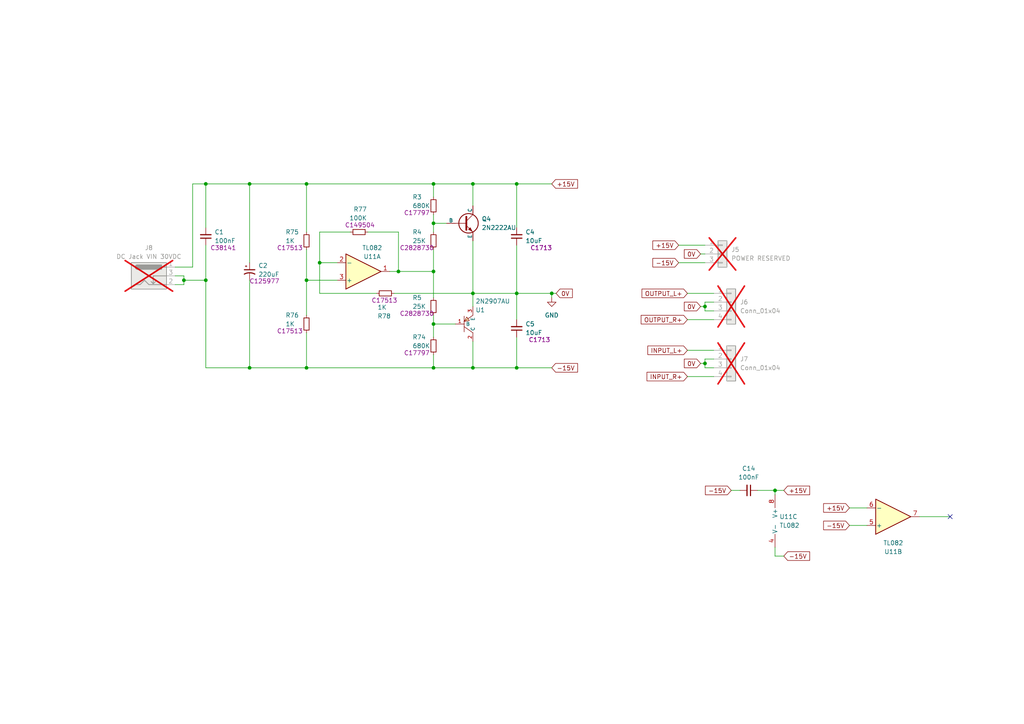
<source format=kicad_sch>
(kicad_sch
	(version 20231120)
	(generator "eeschema")
	(generator_version "8.0")
	(uuid "f8130df3-fc59-4c4a-8e62-4afb0f6c7de7")
	(paper "A4")
	(lib_symbols
		(symbol "2N2222AU:NPN"
			(pin_numbers hide)
			(pin_names
				(offset 0)
			)
			(exclude_from_sim no)
			(in_bom yes)
			(on_board yes)
			(property "Reference" "Q"
				(at -5.842 7.62 0)
				(effects
					(font
						(size 1.27 1.27)
					)
				)
			)
			(property "Value" "2N2222AU"
				(at -5.842 5.08 0)
				(effects
					(font
						(size 1.27 1.27)
					)
				)
			)
			(property "Footprint" "2N2222:SOT-89-3_L4.5-W2.4-P1.50-LS4.0-BR"
				(at 63.5 0 0)
				(effects
					(font
						(size 1.27 1.27)
					)
					(hide yes)
				)
			)
			(property "Datasheet" ""
				(at -0.254 -20.828 0)
				(effects
					(font
						(size 1.27 1.27)
					)
					(hide yes)
				)
			)
			(property "Description" ""
				(at 1.778 -14.732 0)
				(effects
					(font
						(size 1.27 1.27)
					)
					(hide yes)
				)
			)
			(property "ki_keywords" "simulation"
				(at 0 0 0)
				(effects
					(font
						(size 1.27 1.27)
					)
					(hide yes)
				)
			)
			(symbol "NPN_0_1"
				(polyline
					(pts
						(xy -3.81 0) (xy -0.635 0)
					)
					(stroke
						(width 0.1524)
						(type default)
					)
					(fill
						(type none)
					)
				)
				(polyline
					(pts
						(xy -0.635 0.635) (xy 1.27 2.54)
					)
					(stroke
						(width 0)
						(type default)
					)
					(fill
						(type none)
					)
				)
				(polyline
					(pts
						(xy 1.524 -1.27) (xy 1.524 -1.27)
					)
					(stroke
						(width 0.1524)
						(type default)
					)
					(fill
						(type none)
					)
				)
				(polyline
					(pts
						(xy 1.524 -1.27) (xy 1.524 -1.27)
					)
					(stroke
						(width 0.1524)
						(type default)
					)
					(fill
						(type none)
					)
				)
				(polyline
					(pts
						(xy -0.635 -0.635) (xy 1.27 -2.54) (xy 1.27 -2.54)
					)
					(stroke
						(width 0)
						(type default)
					)
					(fill
						(type none)
					)
				)
				(polyline
					(pts
						(xy -0.635 1.905) (xy -0.635 -1.905) (xy -0.635 -1.905)
					)
					(stroke
						(width 0.508)
						(type default)
					)
					(fill
						(type none)
					)
				)
				(polyline
					(pts
						(xy 0 -1.778) (xy 0.508 -1.27) (xy 1.016 -2.286) (xy 0 -1.778) (xy 0 -1.778)
					)
					(stroke
						(width 0)
						(type default)
					)
					(fill
						(type outline)
					)
				)
				(circle
					(center 0 0)
					(radius 2.8194)
					(stroke
						(width 0.254)
						(type default)
					)
					(fill
						(type none)
					)
				)
			)
			(symbol "NPN_1_1"
				(pin unspecified line
					(at -6.35 0 0)
					(length 2.54)
					(name "B"
						(effects
							(font
								(size 1 1)
							)
						)
					)
					(number "1"
						(effects
							(font
								(size 1 1)
							)
						)
					)
				)
				(pin unspecified line
					(at 1.27 5.08 270)
					(length 2.54)
					(name "C"
						(effects
							(font
								(size 1 1)
							)
						)
					)
					(number "2"
						(effects
							(font
								(size 1 1)
							)
						)
					)
				)
				(pin unspecified line
					(at 1.27 -5.08 90)
					(length 2.54)
					(name "E"
						(effects
							(font
								(size 1 1)
							)
						)
					)
					(number "3"
						(effects
							(font
								(size 1 1)
							)
						)
					)
				)
			)
		)
		(symbol "2N2907AU_2907A:2N2907AU_2907A"
			(exclude_from_sim no)
			(in_bom yes)
			(on_board yes)
			(property "Reference" "U"
				(at 0 1.27 0)
				(effects
					(font
						(size 1.27 1.27)
					)
				)
			)
			(property "Value" "2N2907AU_2907A"
				(at 0 -2.54 0)
				(effects
					(font
						(size 1.27 1.27)
					)
				)
			)
			(property "Footprint" "footprint:SOT-89-3_L4.5-W2.5-P1.50-LS4.2-TL"
				(at 0 -10.16 0)
				(effects
					(font
						(size 1.27 1.27)
						(italic yes)
					)
					(hide yes)
				)
			)
			(property "Datasheet" "https://item.szlcsc.com/421845.html"
				(at -2.286 0.127 0)
				(effects
					(font
						(size 1.27 1.27)
					)
					(justify left)
					(hide yes)
				)
			)
			(property "Description" ""
				(at 0 0 0)
				(effects
					(font
						(size 1.27 1.27)
					)
					(hide yes)
				)
			)
			(property "LCSC" "C5362129"
				(at 0 0 0)
				(effects
					(font
						(size 1.27 1.27)
					)
					(hide yes)
				)
			)
			(property "ki_keywords" "C5362129"
				(at 0 0 0)
				(effects
					(font
						(size 1.27 1.27)
					)
					(hide yes)
				)
			)
			(symbol "2N2907AU_2907A_0_1"
				(polyline
					(pts
						(xy 0 -0.762) (xy 2.54 -2.54)
					)
					(stroke
						(width 0)
						(type default)
					)
					(fill
						(type none)
					)
				)
				(polyline
					(pts
						(xy 0 2.286) (xy 0 -2.286)
					)
					(stroke
						(width 0)
						(type default)
					)
					(fill
						(type none)
					)
				)
				(polyline
					(pts
						(xy 2.54 2.54) (xy 0 0.762)
					)
					(stroke
						(width 0)
						(type default)
					)
					(fill
						(type none)
					)
				)
				(polyline
					(pts
						(xy 0 -0.762) (xy 0.762 -2.032) (xy 1.524 -1.016) (xy 0 -0.762)
					)
					(stroke
						(width 0)
						(type default)
					)
					(fill
						(type background)
					)
				)
				(pin input line
					(at -2.54 0 0)
					(length 2.54)
					(name "B"
						(effects
							(font
								(size 1 1)
							)
						)
					)
					(number "1"
						(effects
							(font
								(size 1 1)
							)
						)
					)
				)
				(pin input line
					(at 2.54 5.08 270)
					(length 2.54)
					(name "C"
						(effects
							(font
								(size 1 1)
							)
						)
					)
					(number "2"
						(effects
							(font
								(size 1 1)
							)
						)
					)
				)
				(pin input line
					(at 2.54 -5.08 90)
					(length 2.54)
					(name "E"
						(effects
							(font
								(size 1 1)
							)
						)
					)
					(number "3"
						(effects
							(font
								(size 1 1)
							)
						)
					)
				)
			)
		)
		(symbol "Amplifier_Operational:TL082"
			(pin_names
				(offset 0.127)
			)
			(exclude_from_sim no)
			(in_bom yes)
			(on_board yes)
			(property "Reference" "U"
				(at 0 5.08 0)
				(effects
					(font
						(size 1.27 1.27)
					)
					(justify left)
				)
			)
			(property "Value" "TL082"
				(at 0 -5.08 0)
				(effects
					(font
						(size 1.27 1.27)
					)
					(justify left)
				)
			)
			(property "Footprint" ""
				(at 0 0 0)
				(effects
					(font
						(size 1.27 1.27)
					)
					(hide yes)
				)
			)
			(property "Datasheet" "http://www.ti.com/lit/ds/symlink/tl081.pdf"
				(at 0 0 0)
				(effects
					(font
						(size 1.27 1.27)
					)
					(hide yes)
				)
			)
			(property "Description" "Dual JFET-Input Operational Amplifiers, DIP-8/SOIC-8/SSOP-8"
				(at 0 0 0)
				(effects
					(font
						(size 1.27 1.27)
					)
					(hide yes)
				)
			)
			(property "ki_locked" ""
				(at 0 0 0)
				(effects
					(font
						(size 1.27 1.27)
					)
				)
			)
			(property "ki_keywords" "dual opamp"
				(at 0 0 0)
				(effects
					(font
						(size 1.27 1.27)
					)
					(hide yes)
				)
			)
			(property "ki_fp_filters" "SOIC*3.9x4.9mm*P1.27mm* DIP*W7.62mm* TO*99* OnSemi*Micro8* TSSOP*3x3mm*P0.65mm* TSSOP*4.4x3mm*P0.65mm* MSOP*3x3mm*P0.65mm* SSOP*3.9x4.9mm*P0.635mm* LFCSP*2x2mm*P0.5mm* *SIP* SOIC*5.3x6.2mm*P1.27mm*"
				(at 0 0 0)
				(effects
					(font
						(size 1.27 1.27)
					)
					(hide yes)
				)
			)
			(symbol "TL082_1_1"
				(polyline
					(pts
						(xy -5.08 5.08) (xy 5.08 0) (xy -5.08 -5.08) (xy -5.08 5.08)
					)
					(stroke
						(width 0.254)
						(type default)
					)
					(fill
						(type background)
					)
				)
				(pin output line
					(at 7.62 0 180)
					(length 2.54)
					(name "~"
						(effects
							(font
								(size 1.27 1.27)
							)
						)
					)
					(number "1"
						(effects
							(font
								(size 1.27 1.27)
							)
						)
					)
				)
				(pin input line
					(at -7.62 -2.54 0)
					(length 2.54)
					(name "-"
						(effects
							(font
								(size 1.27 1.27)
							)
						)
					)
					(number "2"
						(effects
							(font
								(size 1.27 1.27)
							)
						)
					)
				)
				(pin input line
					(at -7.62 2.54 0)
					(length 2.54)
					(name "+"
						(effects
							(font
								(size 1.27 1.27)
							)
						)
					)
					(number "3"
						(effects
							(font
								(size 1.27 1.27)
							)
						)
					)
				)
			)
			(symbol "TL082_2_1"
				(polyline
					(pts
						(xy -5.08 5.08) (xy 5.08 0) (xy -5.08 -5.08) (xy -5.08 5.08)
					)
					(stroke
						(width 0.254)
						(type default)
					)
					(fill
						(type background)
					)
				)
				(pin input line
					(at -7.62 2.54 0)
					(length 2.54)
					(name "+"
						(effects
							(font
								(size 1.27 1.27)
							)
						)
					)
					(number "5"
						(effects
							(font
								(size 1.27 1.27)
							)
						)
					)
				)
				(pin input line
					(at -7.62 -2.54 0)
					(length 2.54)
					(name "-"
						(effects
							(font
								(size 1.27 1.27)
							)
						)
					)
					(number "6"
						(effects
							(font
								(size 1.27 1.27)
							)
						)
					)
				)
				(pin output line
					(at 7.62 0 180)
					(length 2.54)
					(name "~"
						(effects
							(font
								(size 1.27 1.27)
							)
						)
					)
					(number "7"
						(effects
							(font
								(size 1.27 1.27)
							)
						)
					)
				)
			)
			(symbol "TL082_3_1"
				(pin power_in line
					(at -2.54 -7.62 90)
					(length 3.81)
					(name "V-"
						(effects
							(font
								(size 1.27 1.27)
							)
						)
					)
					(number "4"
						(effects
							(font
								(size 1.27 1.27)
							)
						)
					)
				)
				(pin power_in line
					(at -2.54 7.62 270)
					(length 3.81)
					(name "V+"
						(effects
							(font
								(size 1.27 1.27)
							)
						)
					)
					(number "8"
						(effects
							(font
								(size 1.27 1.27)
							)
						)
					)
				)
			)
		)
		(symbol "Connector:Barrel_Jack_Switch"
			(pin_names hide)
			(exclude_from_sim no)
			(in_bom yes)
			(on_board yes)
			(property "Reference" "J"
				(at 0 5.334 0)
				(effects
					(font
						(size 1.27 1.27)
					)
				)
			)
			(property "Value" "Barrel_Jack_Switch"
				(at 0 -5.08 0)
				(effects
					(font
						(size 1.27 1.27)
					)
				)
			)
			(property "Footprint" ""
				(at 1.27 -1.016 0)
				(effects
					(font
						(size 1.27 1.27)
					)
					(hide yes)
				)
			)
			(property "Datasheet" "~"
				(at 1.27 -1.016 0)
				(effects
					(font
						(size 1.27 1.27)
					)
					(hide yes)
				)
			)
			(property "Description" "DC Barrel Jack with an internal switch"
				(at 0 0 0)
				(effects
					(font
						(size 1.27 1.27)
					)
					(hide yes)
				)
			)
			(property "ki_keywords" "DC power barrel jack connector"
				(at 0 0 0)
				(effects
					(font
						(size 1.27 1.27)
					)
					(hide yes)
				)
			)
			(property "ki_fp_filters" "BarrelJack*"
				(at 0 0 0)
				(effects
					(font
						(size 1.27 1.27)
					)
					(hide yes)
				)
			)
			(symbol "Barrel_Jack_Switch_0_1"
				(rectangle
					(start -5.08 3.81)
					(end 5.08 -3.81)
					(stroke
						(width 0.254)
						(type default)
					)
					(fill
						(type background)
					)
				)
				(arc
					(start -3.302 3.175)
					(mid -3.9343 2.54)
					(end -3.302 1.905)
					(stroke
						(width 0.254)
						(type default)
					)
					(fill
						(type none)
					)
				)
				(arc
					(start -3.302 3.175)
					(mid -3.9343 2.54)
					(end -3.302 1.905)
					(stroke
						(width 0.254)
						(type default)
					)
					(fill
						(type outline)
					)
				)
				(polyline
					(pts
						(xy 1.27 -2.286) (xy 1.905 -1.651)
					)
					(stroke
						(width 0.254)
						(type default)
					)
					(fill
						(type none)
					)
				)
				(polyline
					(pts
						(xy 5.08 2.54) (xy 3.81 2.54)
					)
					(stroke
						(width 0.254)
						(type default)
					)
					(fill
						(type none)
					)
				)
				(polyline
					(pts
						(xy 5.08 0) (xy 1.27 0) (xy 1.27 -2.286) (xy 0.635 -1.651)
					)
					(stroke
						(width 0.254)
						(type default)
					)
					(fill
						(type none)
					)
				)
				(polyline
					(pts
						(xy -3.81 -2.54) (xy -2.54 -2.54) (xy -1.27 -1.27) (xy 0 -2.54) (xy 2.54 -2.54) (xy 5.08 -2.54)
					)
					(stroke
						(width 0.254)
						(type default)
					)
					(fill
						(type none)
					)
				)
				(rectangle
					(start 3.683 3.175)
					(end -3.302 1.905)
					(stroke
						(width 0.254)
						(type default)
					)
					(fill
						(type outline)
					)
				)
			)
			(symbol "Barrel_Jack_Switch_1_1"
				(pin passive line
					(at 7.62 2.54 180)
					(length 2.54)
					(name "~"
						(effects
							(font
								(size 1.27 1.27)
							)
						)
					)
					(number "1"
						(effects
							(font
								(size 1.27 1.27)
							)
						)
					)
				)
				(pin passive line
					(at 7.62 -2.54 180)
					(length 2.54)
					(name "~"
						(effects
							(font
								(size 1.27 1.27)
							)
						)
					)
					(number "2"
						(effects
							(font
								(size 1.27 1.27)
							)
						)
					)
				)
				(pin passive line
					(at 7.62 0 180)
					(length 2.54)
					(name "~"
						(effects
							(font
								(size 1.27 1.27)
							)
						)
					)
					(number "3"
						(effects
							(font
								(size 1.27 1.27)
							)
						)
					)
				)
			)
		)
		(symbol "Connector_Generic:Conn_01x03"
			(pin_names
				(offset 1.016) hide)
			(exclude_from_sim no)
			(in_bom yes)
			(on_board yes)
			(property "Reference" "J"
				(at 0 5.08 0)
				(effects
					(font
						(size 1.27 1.27)
					)
				)
			)
			(property "Value" "Conn_01x03"
				(at 0 -5.08 0)
				(effects
					(font
						(size 1.27 1.27)
					)
				)
			)
			(property "Footprint" ""
				(at 0 0 0)
				(effects
					(font
						(size 1.27 1.27)
					)
					(hide yes)
				)
			)
			(property "Datasheet" "~"
				(at 0 0 0)
				(effects
					(font
						(size 1.27 1.27)
					)
					(hide yes)
				)
			)
			(property "Description" "Generic connector, single row, 01x03, script generated (kicad-library-utils/schlib/autogen/connector/)"
				(at 0 0 0)
				(effects
					(font
						(size 1.27 1.27)
					)
					(hide yes)
				)
			)
			(property "ki_keywords" "connector"
				(at 0 0 0)
				(effects
					(font
						(size 1.27 1.27)
					)
					(hide yes)
				)
			)
			(property "ki_fp_filters" "Connector*:*_1x??_*"
				(at 0 0 0)
				(effects
					(font
						(size 1.27 1.27)
					)
					(hide yes)
				)
			)
			(symbol "Conn_01x03_1_1"
				(rectangle
					(start -1.27 -2.413)
					(end 0 -2.667)
					(stroke
						(width 0.1524)
						(type default)
					)
					(fill
						(type none)
					)
				)
				(rectangle
					(start -1.27 0.127)
					(end 0 -0.127)
					(stroke
						(width 0.1524)
						(type default)
					)
					(fill
						(type none)
					)
				)
				(rectangle
					(start -1.27 2.667)
					(end 0 2.413)
					(stroke
						(width 0.1524)
						(type default)
					)
					(fill
						(type none)
					)
				)
				(rectangle
					(start -1.27 3.81)
					(end 1.27 -3.81)
					(stroke
						(width 0.254)
						(type default)
					)
					(fill
						(type background)
					)
				)
				(pin passive line
					(at -5.08 2.54 0)
					(length 3.81)
					(name "Pin_1"
						(effects
							(font
								(size 1.27 1.27)
							)
						)
					)
					(number "1"
						(effects
							(font
								(size 1.27 1.27)
							)
						)
					)
				)
				(pin passive line
					(at -5.08 0 0)
					(length 3.81)
					(name "Pin_2"
						(effects
							(font
								(size 1.27 1.27)
							)
						)
					)
					(number "2"
						(effects
							(font
								(size 1.27 1.27)
							)
						)
					)
				)
				(pin passive line
					(at -5.08 -2.54 0)
					(length 3.81)
					(name "Pin_3"
						(effects
							(font
								(size 1.27 1.27)
							)
						)
					)
					(number "3"
						(effects
							(font
								(size 1.27 1.27)
							)
						)
					)
				)
			)
		)
		(symbol "Connector_Generic:Conn_01x04"
			(pin_names
				(offset 1.016) hide)
			(exclude_from_sim no)
			(in_bom yes)
			(on_board yes)
			(property "Reference" "J"
				(at 0 5.08 0)
				(effects
					(font
						(size 1.27 1.27)
					)
				)
			)
			(property "Value" "Conn_01x04"
				(at 0 -7.62 0)
				(effects
					(font
						(size 1.27 1.27)
					)
				)
			)
			(property "Footprint" ""
				(at 0 0 0)
				(effects
					(font
						(size 1.27 1.27)
					)
					(hide yes)
				)
			)
			(property "Datasheet" "~"
				(at 0 0 0)
				(effects
					(font
						(size 1.27 1.27)
					)
					(hide yes)
				)
			)
			(property "Description" "Generic connector, single row, 01x04, script generated (kicad-library-utils/schlib/autogen/connector/)"
				(at 0 0 0)
				(effects
					(font
						(size 1.27 1.27)
					)
					(hide yes)
				)
			)
			(property "ki_keywords" "connector"
				(at 0 0 0)
				(effects
					(font
						(size 1.27 1.27)
					)
					(hide yes)
				)
			)
			(property "ki_fp_filters" "Connector*:*_1x??_*"
				(at 0 0 0)
				(effects
					(font
						(size 1.27 1.27)
					)
					(hide yes)
				)
			)
			(symbol "Conn_01x04_1_1"
				(rectangle
					(start -1.27 -4.953)
					(end 0 -5.207)
					(stroke
						(width 0.1524)
						(type default)
					)
					(fill
						(type none)
					)
				)
				(rectangle
					(start -1.27 -2.413)
					(end 0 -2.667)
					(stroke
						(width 0.1524)
						(type default)
					)
					(fill
						(type none)
					)
				)
				(rectangle
					(start -1.27 0.127)
					(end 0 -0.127)
					(stroke
						(width 0.1524)
						(type default)
					)
					(fill
						(type none)
					)
				)
				(rectangle
					(start -1.27 2.667)
					(end 0 2.413)
					(stroke
						(width 0.1524)
						(type default)
					)
					(fill
						(type none)
					)
				)
				(rectangle
					(start -1.27 3.81)
					(end 1.27 -6.35)
					(stroke
						(width 0.254)
						(type default)
					)
					(fill
						(type background)
					)
				)
				(pin passive line
					(at -5.08 2.54 0)
					(length 3.81)
					(name "Pin_1"
						(effects
							(font
								(size 1.27 1.27)
							)
						)
					)
					(number "1"
						(effects
							(font
								(size 1.27 1.27)
							)
						)
					)
				)
				(pin passive line
					(at -5.08 0 0)
					(length 3.81)
					(name "Pin_2"
						(effects
							(font
								(size 1.27 1.27)
							)
						)
					)
					(number "2"
						(effects
							(font
								(size 1.27 1.27)
							)
						)
					)
				)
				(pin passive line
					(at -5.08 -2.54 0)
					(length 3.81)
					(name "Pin_3"
						(effects
							(font
								(size 1.27 1.27)
							)
						)
					)
					(number "3"
						(effects
							(font
								(size 1.27 1.27)
							)
						)
					)
				)
				(pin passive line
					(at -5.08 -5.08 0)
					(length 3.81)
					(name "Pin_4"
						(effects
							(font
								(size 1.27 1.27)
							)
						)
					)
					(number "4"
						(effects
							(font
								(size 1.27 1.27)
							)
						)
					)
				)
			)
		)
		(symbol "Device:C_Polarized_Small_US"
			(pin_numbers hide)
			(pin_names
				(offset 0.254) hide)
			(exclude_from_sim no)
			(in_bom yes)
			(on_board yes)
			(property "Reference" "C"
				(at 0.254 1.778 0)
				(effects
					(font
						(size 1.27 1.27)
					)
					(justify left)
				)
			)
			(property "Value" "C_Polarized_Small_US"
				(at 0.254 -2.032 0)
				(effects
					(font
						(size 1.27 1.27)
					)
					(justify left)
				)
			)
			(property "Footprint" ""
				(at 0 0 0)
				(effects
					(font
						(size 1.27 1.27)
					)
					(hide yes)
				)
			)
			(property "Datasheet" "~"
				(at 0 0 0)
				(effects
					(font
						(size 1.27 1.27)
					)
					(hide yes)
				)
			)
			(property "Description" "Polarized capacitor, small US symbol"
				(at 0 0 0)
				(effects
					(font
						(size 1.27 1.27)
					)
					(hide yes)
				)
			)
			(property "ki_keywords" "cap capacitor"
				(at 0 0 0)
				(effects
					(font
						(size 1.27 1.27)
					)
					(hide yes)
				)
			)
			(property "ki_fp_filters" "CP_*"
				(at 0 0 0)
				(effects
					(font
						(size 1.27 1.27)
					)
					(hide yes)
				)
			)
			(symbol "C_Polarized_Small_US_0_1"
				(polyline
					(pts
						(xy -1.524 0.508) (xy 1.524 0.508)
					)
					(stroke
						(width 0.3048)
						(type default)
					)
					(fill
						(type none)
					)
				)
				(polyline
					(pts
						(xy -1.27 1.524) (xy -0.762 1.524)
					)
					(stroke
						(width 0)
						(type default)
					)
					(fill
						(type none)
					)
				)
				(polyline
					(pts
						(xy -1.016 1.27) (xy -1.016 1.778)
					)
					(stroke
						(width 0)
						(type default)
					)
					(fill
						(type none)
					)
				)
				(arc
					(start 1.524 -0.762)
					(mid 0 -0.3734)
					(end -1.524 -0.762)
					(stroke
						(width 0.3048)
						(type default)
					)
					(fill
						(type none)
					)
				)
			)
			(symbol "C_Polarized_Small_US_1_1"
				(pin passive line
					(at 0 2.54 270)
					(length 2.032)
					(name "~"
						(effects
							(font
								(size 1.27 1.27)
							)
						)
					)
					(number "1"
						(effects
							(font
								(size 1.27 1.27)
							)
						)
					)
				)
				(pin passive line
					(at 0 -2.54 90)
					(length 2.032)
					(name "~"
						(effects
							(font
								(size 1.27 1.27)
							)
						)
					)
					(number "2"
						(effects
							(font
								(size 1.27 1.27)
							)
						)
					)
				)
			)
		)
		(symbol "Device:C_Small"
			(pin_numbers hide)
			(pin_names
				(offset 0.254) hide)
			(exclude_from_sim no)
			(in_bom yes)
			(on_board yes)
			(property "Reference" "C"
				(at 0.254 1.778 0)
				(effects
					(font
						(size 1.27 1.27)
					)
					(justify left)
				)
			)
			(property "Value" "C_Small"
				(at 0.254 -2.032 0)
				(effects
					(font
						(size 1.27 1.27)
					)
					(justify left)
				)
			)
			(property "Footprint" ""
				(at 0 0 0)
				(effects
					(font
						(size 1.27 1.27)
					)
					(hide yes)
				)
			)
			(property "Datasheet" "~"
				(at 0 0 0)
				(effects
					(font
						(size 1.27 1.27)
					)
					(hide yes)
				)
			)
			(property "Description" "Unpolarized capacitor, small symbol"
				(at 0 0 0)
				(effects
					(font
						(size 1.27 1.27)
					)
					(hide yes)
				)
			)
			(property "ki_keywords" "capacitor cap"
				(at 0 0 0)
				(effects
					(font
						(size 1.27 1.27)
					)
					(hide yes)
				)
			)
			(property "ki_fp_filters" "C_*"
				(at 0 0 0)
				(effects
					(font
						(size 1.27 1.27)
					)
					(hide yes)
				)
			)
			(symbol "C_Small_0_1"
				(polyline
					(pts
						(xy -1.524 -0.508) (xy 1.524 -0.508)
					)
					(stroke
						(width 0.3302)
						(type default)
					)
					(fill
						(type none)
					)
				)
				(polyline
					(pts
						(xy -1.524 0.508) (xy 1.524 0.508)
					)
					(stroke
						(width 0.3048)
						(type default)
					)
					(fill
						(type none)
					)
				)
			)
			(symbol "C_Small_1_1"
				(pin passive line
					(at 0 2.54 270)
					(length 2.032)
					(name "~"
						(effects
							(font
								(size 1.27 1.27)
							)
						)
					)
					(number "1"
						(effects
							(font
								(size 1.27 1.27)
							)
						)
					)
				)
				(pin passive line
					(at 0 -2.54 90)
					(length 2.032)
					(name "~"
						(effects
							(font
								(size 1.27 1.27)
							)
						)
					)
					(number "2"
						(effects
							(font
								(size 1.27 1.27)
							)
						)
					)
				)
			)
		)
		(symbol "Device:R_Small"
			(pin_numbers hide)
			(pin_names
				(offset 0.254) hide)
			(exclude_from_sim no)
			(in_bom yes)
			(on_board yes)
			(property "Reference" "R"
				(at 0.762 0.508 0)
				(effects
					(font
						(size 1.27 1.27)
					)
					(justify left)
				)
			)
			(property "Value" "R_Small"
				(at 0.762 -1.016 0)
				(effects
					(font
						(size 1.27 1.27)
					)
					(justify left)
				)
			)
			(property "Footprint" ""
				(at 0 0 0)
				(effects
					(font
						(size 1.27 1.27)
					)
					(hide yes)
				)
			)
			(property "Datasheet" "~"
				(at 0 0 0)
				(effects
					(font
						(size 1.27 1.27)
					)
					(hide yes)
				)
			)
			(property "Description" "Resistor, small symbol"
				(at 0 0 0)
				(effects
					(font
						(size 1.27 1.27)
					)
					(hide yes)
				)
			)
			(property "ki_keywords" "R resistor"
				(at 0 0 0)
				(effects
					(font
						(size 1.27 1.27)
					)
					(hide yes)
				)
			)
			(property "ki_fp_filters" "R_*"
				(at 0 0 0)
				(effects
					(font
						(size 1.27 1.27)
					)
					(hide yes)
				)
			)
			(symbol "R_Small_0_1"
				(rectangle
					(start -0.762 1.778)
					(end 0.762 -1.778)
					(stroke
						(width 0.2032)
						(type default)
					)
					(fill
						(type none)
					)
				)
			)
			(symbol "R_Small_1_1"
				(pin passive line
					(at 0 2.54 270)
					(length 0.762)
					(name "~"
						(effects
							(font
								(size 1.27 1.27)
							)
						)
					)
					(number "1"
						(effects
							(font
								(size 1.27 1.27)
							)
						)
					)
				)
				(pin passive line
					(at 0 -2.54 90)
					(length 0.762)
					(name "~"
						(effects
							(font
								(size 1.27 1.27)
							)
						)
					)
					(number "2"
						(effects
							(font
								(size 1.27 1.27)
							)
						)
					)
				)
			)
		)
		(symbol "power:GND"
			(power)
			(pin_numbers hide)
			(pin_names
				(offset 0) hide)
			(exclude_from_sim no)
			(in_bom yes)
			(on_board yes)
			(property "Reference" "#PWR"
				(at 0 -6.35 0)
				(effects
					(font
						(size 1.27 1.27)
					)
					(hide yes)
				)
			)
			(property "Value" "GND"
				(at 0 -3.81 0)
				(effects
					(font
						(size 1.27 1.27)
					)
				)
			)
			(property "Footprint" ""
				(at 0 0 0)
				(effects
					(font
						(size 1.27 1.27)
					)
					(hide yes)
				)
			)
			(property "Datasheet" ""
				(at 0 0 0)
				(effects
					(font
						(size 1.27 1.27)
					)
					(hide yes)
				)
			)
			(property "Description" "Power symbol creates a global label with name \"GND\" , ground"
				(at 0 0 0)
				(effects
					(font
						(size 1.27 1.27)
					)
					(hide yes)
				)
			)
			(property "ki_keywords" "global power"
				(at 0 0 0)
				(effects
					(font
						(size 1.27 1.27)
					)
					(hide yes)
				)
			)
			(symbol "GND_0_1"
				(polyline
					(pts
						(xy 0 0) (xy 0 -1.27) (xy 1.27 -1.27) (xy 0 -2.54) (xy -1.27 -1.27) (xy 0 -1.27)
					)
					(stroke
						(width 0)
						(type default)
					)
					(fill
						(type none)
					)
				)
			)
			(symbol "GND_1_1"
				(pin power_in line
					(at 0 0 270)
					(length 0)
					(name "~"
						(effects
							(font
								(size 1.27 1.27)
							)
						)
					)
					(number "1"
						(effects
							(font
								(size 1.27 1.27)
							)
						)
					)
				)
			)
		)
	)
	(junction
		(at 160.02 85.09)
		(diameter 0)
		(color 0 0 0 0)
		(uuid "01dc94b1-5b77-4242-adfa-f38bd96dac75")
	)
	(junction
		(at 59.69 81.28)
		(diameter 0)
		(color 0 0 0 0)
		(uuid "0f683898-7c0a-4b36-a769-1bc0b8cfcd1b")
	)
	(junction
		(at 125.73 93.98)
		(diameter 0)
		(color 0 0 0 0)
		(uuid "132c8748-9131-438a-9813-15166f812e90")
	)
	(junction
		(at 137.16 53.34)
		(diameter 0)
		(color 0 0 0 0)
		(uuid "1c3fd878-c472-4405-9be6-4955d846969c")
	)
	(junction
		(at 149.86 53.34)
		(diameter 0)
		(color 0 0 0 0)
		(uuid "2765e33f-d4a4-42e0-ab9a-1aabdda10ef1")
	)
	(junction
		(at 88.9 106.68)
		(diameter 0)
		(color 0 0 0 0)
		(uuid "28ee65d8-e68f-4aed-97dc-360cd1df461d")
	)
	(junction
		(at 149.86 85.09)
		(diameter 0)
		(color 0 0 0 0)
		(uuid "298463de-3611-4e1e-acfd-30c0f3ab3a87")
	)
	(junction
		(at 224.79 142.24)
		(diameter 0)
		(color 0 0 0 0)
		(uuid "2b35894e-82c0-4581-86a2-1d8576d3110f")
	)
	(junction
		(at 59.69 53.34)
		(diameter 0)
		(color 0 0 0 0)
		(uuid "3189861b-b7c8-45c8-ba03-852e0b058c5a")
	)
	(junction
		(at 125.73 78.74)
		(diameter 0)
		(color 0 0 0 0)
		(uuid "3913ba47-a3cc-4714-bcfa-0e6e0aa41664")
	)
	(junction
		(at 125.73 106.68)
		(diameter 0)
		(color 0 0 0 0)
		(uuid "46010dc5-244f-402e-b66c-ee56aad58089")
	)
	(junction
		(at 92.71 76.2)
		(diameter 0)
		(color 0 0 0 0)
		(uuid "4ba9e250-584e-413f-91dd-97d811fc5bac")
	)
	(junction
		(at 115.57 78.74)
		(diameter 0)
		(color 0 0 0 0)
		(uuid "7a5a7cef-108f-408d-90b4-3b817fd7f123")
	)
	(junction
		(at 149.86 106.68)
		(diameter 0)
		(color 0 0 0 0)
		(uuid "901067f8-edd3-462e-bf0a-39ce162b9f19")
	)
	(junction
		(at 72.39 106.68)
		(diameter 0)
		(color 0 0 0 0)
		(uuid "91990556-2db6-455d-b300-a6c7c6abd00f")
	)
	(junction
		(at 125.73 53.34)
		(diameter 0)
		(color 0 0 0 0)
		(uuid "954cb8e9-e7e1-4777-af5d-c00ef28641b4")
	)
	(junction
		(at 88.9 81.28)
		(diameter 0)
		(color 0 0 0 0)
		(uuid "9ae47615-a505-41d6-a1fe-2bf1594b6657")
	)
	(junction
		(at 88.9 53.34)
		(diameter 0)
		(color 0 0 0 0)
		(uuid "b039d348-9809-45aa-bd35-dcd592c83dbf")
	)
	(junction
		(at 72.39 53.34)
		(diameter 0)
		(color 0 0 0 0)
		(uuid "b17eb9a0-4712-4333-8f45-51ea2d78b36b")
	)
	(junction
		(at 204.47 88.9)
		(diameter 0)
		(color 0 0 0 0)
		(uuid "b33c79a6-19e2-4cc6-bf95-a31515798563")
	)
	(junction
		(at 204.47 105.41)
		(diameter 0)
		(color 0 0 0 0)
		(uuid "b766b760-69b8-4a84-aad1-d776da061a8a")
	)
	(junction
		(at 137.16 106.68)
		(diameter 0)
		(color 0 0 0 0)
		(uuid "bfcb1662-c46a-45e8-86ba-ca34fa88e279")
	)
	(junction
		(at 125.73 64.77)
		(diameter 0)
		(color 0 0 0 0)
		(uuid "c84b7aec-f732-43a2-b6e8-7c38244768e3")
	)
	(junction
		(at 137.16 85.09)
		(diameter 0)
		(color 0 0 0 0)
		(uuid "db0820d2-5297-4896-896c-4b33c111f253")
	)
	(junction
		(at 53.34 81.28)
		(diameter 0)
		(color 0 0 0 0)
		(uuid "fe9013e4-06cd-453c-a775-e3306ffc2861")
	)
	(no_connect
		(at 275.59 149.86)
		(uuid "844ef5d4-7785-4412-8855-8cfe7b4708e1")
	)
	(wire
		(pts
			(xy 224.79 158.75) (xy 224.79 161.29)
		)
		(stroke
			(width 0)
			(type default)
		)
		(uuid "0903045f-81ea-48c6-a3cc-978fbcfc408a")
	)
	(wire
		(pts
			(xy 137.16 59.69) (xy 137.16 53.34)
		)
		(stroke
			(width 0)
			(type default)
		)
		(uuid "0d628f36-6f37-4374-8616-40d8a84e14ca")
	)
	(wire
		(pts
			(xy 88.9 106.68) (xy 125.73 106.68)
		)
		(stroke
			(width 0)
			(type default)
		)
		(uuid "0dddaeff-c4da-4342-9906-d63b0560f4a5")
	)
	(wire
		(pts
			(xy 113.03 78.74) (xy 115.57 78.74)
		)
		(stroke
			(width 0)
			(type default)
		)
		(uuid "10968b9c-a937-4ad5-83ae-0dce0394d349")
	)
	(wire
		(pts
			(xy 125.73 78.74) (xy 125.73 86.36)
		)
		(stroke
			(width 0)
			(type default)
		)
		(uuid "13b8d7e6-9ffb-405f-a7da-82b89d1b035f")
	)
	(wire
		(pts
			(xy 149.86 71.12) (xy 149.86 85.09)
		)
		(stroke
			(width 0)
			(type default)
		)
		(uuid "1c510d93-2c49-4ec2-9aa7-55789d737d78")
	)
	(wire
		(pts
			(xy 204.47 87.63) (xy 204.47 88.9)
		)
		(stroke
			(width 0)
			(type default)
		)
		(uuid "1d2d0cd2-5dc8-47e3-84ca-f85499a143f7")
	)
	(wire
		(pts
			(xy 125.73 62.23) (xy 125.73 64.77)
		)
		(stroke
			(width 0)
			(type default)
		)
		(uuid "25405452-01fe-49a4-a041-364106c27a8f")
	)
	(wire
		(pts
			(xy 199.39 92.71) (xy 207.01 92.71)
		)
		(stroke
			(width 0)
			(type default)
		)
		(uuid "28d422fb-f42f-4bc7-8254-0d9ac2c667d8")
	)
	(wire
		(pts
			(xy 137.16 85.09) (xy 137.16 88.9)
		)
		(stroke
			(width 0)
			(type default)
		)
		(uuid "2abd2fe4-ee8d-4220-95db-3eb46c5c7e49")
	)
	(wire
		(pts
			(xy 149.86 106.68) (xy 160.02 106.68)
		)
		(stroke
			(width 0)
			(type default)
		)
		(uuid "2d00ce86-23dc-42db-a445-d88b5c3a5cac")
	)
	(wire
		(pts
			(xy 214.63 142.24) (xy 212.09 142.24)
		)
		(stroke
			(width 0)
			(type default)
		)
		(uuid "33aed2dd-6a85-4869-a5e1-94c9989ccd3f")
	)
	(wire
		(pts
			(xy 53.34 80.01) (xy 53.34 81.28)
		)
		(stroke
			(width 0)
			(type default)
		)
		(uuid "36a0d30e-c9a5-4781-b73e-02841f80e978")
	)
	(wire
		(pts
			(xy 196.85 71.12) (xy 204.47 71.12)
		)
		(stroke
			(width 0)
			(type default)
		)
		(uuid "39c3af69-8526-4af2-bbe0-af4e5b6ff8f6")
	)
	(wire
		(pts
			(xy 224.79 161.29) (xy 227.33 161.29)
		)
		(stroke
			(width 0)
			(type default)
		)
		(uuid "3a0d8d20-59da-45ec-952f-3a5381549119")
	)
	(wire
		(pts
			(xy 149.86 53.34) (xy 149.86 66.04)
		)
		(stroke
			(width 0)
			(type default)
		)
		(uuid "3f52594f-0fdb-4305-a16d-a9d9a9686ce2")
	)
	(wire
		(pts
			(xy 59.69 53.34) (xy 72.39 53.34)
		)
		(stroke
			(width 0)
			(type default)
		)
		(uuid "41cc02ca-0bab-416c-b273-594a99bee322")
	)
	(wire
		(pts
			(xy 88.9 72.39) (xy 88.9 81.28)
		)
		(stroke
			(width 0)
			(type default)
		)
		(uuid "42f91266-d6b3-4154-8f7d-60128fda4494")
	)
	(wire
		(pts
			(xy 125.73 78.74) (xy 125.73 72.39)
		)
		(stroke
			(width 0)
			(type default)
		)
		(uuid "48b673f0-8388-4909-ba1e-0e3f037e9293")
	)
	(wire
		(pts
			(xy 88.9 81.28) (xy 88.9 91.44)
		)
		(stroke
			(width 0)
			(type default)
		)
		(uuid "4d90a350-dfe5-494e-bba7-fed964e5289b")
	)
	(wire
		(pts
			(xy 207.01 106.68) (xy 204.47 106.68)
		)
		(stroke
			(width 0)
			(type default)
		)
		(uuid "4fa02552-1093-4a15-b541-83993b1df384")
	)
	(wire
		(pts
			(xy 72.39 53.34) (xy 88.9 53.34)
		)
		(stroke
			(width 0)
			(type default)
		)
		(uuid "5169901d-5a39-42a1-921a-1e6d32a3a021")
	)
	(wire
		(pts
			(xy 160.02 85.09) (xy 161.29 85.09)
		)
		(stroke
			(width 0)
			(type default)
		)
		(uuid "5204d1cc-2de0-49f6-a188-1019e7163ad5")
	)
	(wire
		(pts
			(xy 114.3 85.09) (xy 137.16 85.09)
		)
		(stroke
			(width 0)
			(type default)
		)
		(uuid "54ff5260-8d1b-4a7a-9961-7eae67a02bc7")
	)
	(wire
		(pts
			(xy 88.9 96.52) (xy 88.9 106.68)
		)
		(stroke
			(width 0)
			(type default)
		)
		(uuid "55e2bdc2-a0d6-48b9-a337-053b16b58ad2")
	)
	(wire
		(pts
			(xy 53.34 82.55) (xy 50.8 82.55)
		)
		(stroke
			(width 0)
			(type default)
		)
		(uuid "5642eed6-dfc0-4f43-a1b3-8989a39815b5")
	)
	(wire
		(pts
			(xy 137.16 99.06) (xy 137.16 106.68)
		)
		(stroke
			(width 0)
			(type default)
		)
		(uuid "5bc611fb-724c-4111-b9a3-7d1ede5e0f45")
	)
	(wire
		(pts
			(xy 55.88 77.47) (xy 55.88 53.34)
		)
		(stroke
			(width 0)
			(type default)
		)
		(uuid "65de3c7a-c3b1-46ad-95ca-aa0d23628b47")
	)
	(wire
		(pts
			(xy 207.01 87.63) (xy 204.47 87.63)
		)
		(stroke
			(width 0)
			(type default)
		)
		(uuid "6c1f2b00-713f-402e-9600-bb4118af8735")
	)
	(wire
		(pts
			(xy 137.16 85.09) (xy 149.86 85.09)
		)
		(stroke
			(width 0)
			(type default)
		)
		(uuid "6f18667b-02d1-4502-93ac-95063c0ddcdf")
	)
	(wire
		(pts
			(xy 53.34 81.28) (xy 53.34 82.55)
		)
		(stroke
			(width 0)
			(type default)
		)
		(uuid "6f8f1ece-ca4b-4c0e-8b09-1560a0e0c6e5")
	)
	(wire
		(pts
			(xy 224.79 143.51) (xy 224.79 142.24)
		)
		(stroke
			(width 0)
			(type default)
		)
		(uuid "71ae87f9-4ef6-43ab-8e93-ab78b832d375")
	)
	(wire
		(pts
			(xy 125.73 53.34) (xy 125.73 57.15)
		)
		(stroke
			(width 0)
			(type default)
		)
		(uuid "726691bf-a2ef-4730-a550-984ee679f68b")
	)
	(wire
		(pts
			(xy 199.39 109.22) (xy 207.01 109.22)
		)
		(stroke
			(width 0)
			(type default)
		)
		(uuid "7607c5a5-4633-4b84-8062-886c03d8304b")
	)
	(wire
		(pts
			(xy 106.68 67.31) (xy 115.57 67.31)
		)
		(stroke
			(width 0)
			(type default)
		)
		(uuid "77393a2b-a1df-4a00-a0d3-899a297dc3b1")
	)
	(wire
		(pts
			(xy 207.01 90.17) (xy 204.47 90.17)
		)
		(stroke
			(width 0)
			(type default)
		)
		(uuid "7c760059-6607-43a8-a940-26ce5fc232e3")
	)
	(wire
		(pts
			(xy 92.71 85.09) (xy 109.22 85.09)
		)
		(stroke
			(width 0)
			(type default)
		)
		(uuid "80d7453c-98c9-42e1-9a00-92c8ac0f4a87")
	)
	(wire
		(pts
			(xy 59.69 81.28) (xy 59.69 106.68)
		)
		(stroke
			(width 0)
			(type default)
		)
		(uuid "86bb887e-72a3-469f-95d4-1c20c7aa9859")
	)
	(wire
		(pts
			(xy 137.16 53.34) (xy 149.86 53.34)
		)
		(stroke
			(width 0)
			(type default)
		)
		(uuid "8721f9c1-254e-4984-9a6f-28b62e0bdf5d")
	)
	(wire
		(pts
			(xy 125.73 64.77) (xy 129.54 64.77)
		)
		(stroke
			(width 0)
			(type default)
		)
		(uuid "88ca88ec-bbb7-458a-b89e-38155b637c4d")
	)
	(wire
		(pts
			(xy 115.57 78.74) (xy 125.73 78.74)
		)
		(stroke
			(width 0)
			(type default)
		)
		(uuid "8c9c185b-1f98-4fd2-aab6-cb0b06db6b90")
	)
	(wire
		(pts
			(xy 55.88 53.34) (xy 59.69 53.34)
		)
		(stroke
			(width 0)
			(type default)
		)
		(uuid "8d80aacf-eaae-45ca-9254-47a33f56964c")
	)
	(wire
		(pts
			(xy 204.47 104.14) (xy 204.47 105.41)
		)
		(stroke
			(width 0)
			(type default)
		)
		(uuid "8f5048cf-4146-4b35-a433-312a70a804f7")
	)
	(wire
		(pts
			(xy 92.71 76.2) (xy 97.79 76.2)
		)
		(stroke
			(width 0)
			(type default)
		)
		(uuid "91e6f49f-7f79-4658-bbb5-e305830b19f1")
	)
	(wire
		(pts
			(xy 137.16 106.68) (xy 149.86 106.68)
		)
		(stroke
			(width 0)
			(type default)
		)
		(uuid "9ab66a02-7ba6-4a28-8aab-9a2fec916ffc")
	)
	(wire
		(pts
			(xy 72.39 106.68) (xy 88.9 106.68)
		)
		(stroke
			(width 0)
			(type default)
		)
		(uuid "9f492498-0d25-4690-a5ce-a2b01023f91f")
	)
	(wire
		(pts
			(xy 149.86 53.34) (xy 160.02 53.34)
		)
		(stroke
			(width 0)
			(type default)
		)
		(uuid "a06ac9b3-8100-4294-b80d-008ad1113187")
	)
	(wire
		(pts
			(xy 101.6 67.31) (xy 92.71 67.31)
		)
		(stroke
			(width 0)
			(type default)
		)
		(uuid "a0efd595-a770-4b0d-bb67-0f65246e0a75")
	)
	(wire
		(pts
			(xy 137.16 69.85) (xy 137.16 85.09)
		)
		(stroke
			(width 0)
			(type default)
		)
		(uuid "a281e18f-54cb-4c63-b43b-4291ab8918b6")
	)
	(wire
		(pts
			(xy 199.39 101.6) (xy 207.01 101.6)
		)
		(stroke
			(width 0)
			(type default)
		)
		(uuid "a5b94dff-4b60-4b27-823e-730f948bf163")
	)
	(wire
		(pts
			(xy 53.34 81.28) (xy 59.69 81.28)
		)
		(stroke
			(width 0)
			(type default)
		)
		(uuid "adfb92f1-9cf1-4dfc-a9b3-9defdc855900")
	)
	(wire
		(pts
			(xy 199.39 85.09) (xy 207.01 85.09)
		)
		(stroke
			(width 0)
			(type default)
		)
		(uuid "af69d54b-bdc4-4ae1-8e5a-1cb14b9565f8")
	)
	(wire
		(pts
			(xy 207.01 104.14) (xy 204.47 104.14)
		)
		(stroke
			(width 0)
			(type default)
		)
		(uuid "b116031b-5fcd-4782-9539-7ed315e9a17f")
	)
	(wire
		(pts
			(xy 203.2 105.41) (xy 204.47 105.41)
		)
		(stroke
			(width 0)
			(type default)
		)
		(uuid "b28cfcd4-bdad-4707-813e-50c724f16bde")
	)
	(wire
		(pts
			(xy 203.2 88.9) (xy 204.47 88.9)
		)
		(stroke
			(width 0)
			(type default)
		)
		(uuid "b4d7725f-82be-47be-9619-1068e73cb0e3")
	)
	(wire
		(pts
			(xy 125.73 64.77) (xy 125.73 67.31)
		)
		(stroke
			(width 0)
			(type default)
		)
		(uuid "b664b978-4375-48b4-9f05-40307d205428")
	)
	(wire
		(pts
			(xy 149.86 97.79) (xy 149.86 106.68)
		)
		(stroke
			(width 0)
			(type default)
		)
		(uuid "b71213d9-e358-4cd7-87be-1a71e05e01fc")
	)
	(wire
		(pts
			(xy 149.86 85.09) (xy 160.02 85.09)
		)
		(stroke
			(width 0)
			(type default)
		)
		(uuid "b9833c77-6c2a-448d-8bd5-0b6aeed51814")
	)
	(wire
		(pts
			(xy 125.73 93.98) (xy 132.08 93.98)
		)
		(stroke
			(width 0)
			(type default)
		)
		(uuid "bc5ad4cf-1776-4120-8055-813a0658dfe6")
	)
	(wire
		(pts
			(xy 196.85 76.2) (xy 204.47 76.2)
		)
		(stroke
			(width 0)
			(type default)
		)
		(uuid "be3e4259-5ad9-44dd-92a5-d422e3f4c4c3")
	)
	(wire
		(pts
			(xy 160.02 85.09) (xy 160.02 86.36)
		)
		(stroke
			(width 0)
			(type default)
		)
		(uuid "bee585be-6355-46ba-bb2a-74181e8cbdb7")
	)
	(wire
		(pts
			(xy 88.9 53.34) (xy 125.73 53.34)
		)
		(stroke
			(width 0)
			(type default)
		)
		(uuid "c3cb6c65-d213-4e30-aa7f-4bdeb5d4d1e9")
	)
	(wire
		(pts
			(xy 246.38 147.32) (xy 251.46 147.32)
		)
		(stroke
			(width 0)
			(type default)
		)
		(uuid "c3cc4996-0410-4d1c-8cf4-8d57deb96b11")
	)
	(wire
		(pts
			(xy 115.57 67.31) (xy 115.57 78.74)
		)
		(stroke
			(width 0)
			(type default)
		)
		(uuid "c4cc2eb4-b496-4cd0-8ced-f1cc8cbe97bc")
	)
	(wire
		(pts
			(xy 125.73 102.87) (xy 125.73 106.68)
		)
		(stroke
			(width 0)
			(type default)
		)
		(uuid "c64dc563-a0dd-4f9a-91ec-92aa9b6ee889")
	)
	(wire
		(pts
			(xy 203.2 73.66) (xy 204.47 73.66)
		)
		(stroke
			(width 0)
			(type default)
		)
		(uuid "ca7f6eb5-cd99-4ff6-9778-2e40658e70b4")
	)
	(wire
		(pts
			(xy 246.38 152.4) (xy 251.46 152.4)
		)
		(stroke
			(width 0)
			(type default)
		)
		(uuid "cde84588-2e4e-4531-88e7-02b2c9f91581")
	)
	(wire
		(pts
			(xy 204.47 90.17) (xy 204.47 88.9)
		)
		(stroke
			(width 0)
			(type default)
		)
		(uuid "ce17503f-f9af-4b42-b86d-f5323acd2218")
	)
	(wire
		(pts
			(xy 72.39 76.2) (xy 72.39 53.34)
		)
		(stroke
			(width 0)
			(type default)
		)
		(uuid "cfae9829-0049-43a9-a282-f48294212fc4")
	)
	(wire
		(pts
			(xy 149.86 85.09) (xy 149.86 92.71)
		)
		(stroke
			(width 0)
			(type default)
		)
		(uuid "d07b92f4-3021-4074-ad9e-1074707aab75")
	)
	(wire
		(pts
			(xy 59.69 106.68) (xy 72.39 106.68)
		)
		(stroke
			(width 0)
			(type default)
		)
		(uuid "d1440c5e-d828-4d04-a930-026c1d865ea9")
	)
	(wire
		(pts
			(xy 88.9 81.28) (xy 97.79 81.28)
		)
		(stroke
			(width 0)
			(type default)
		)
		(uuid "d14adc9e-c5ac-4803-826e-f0a5b0031afd")
	)
	(wire
		(pts
			(xy 125.73 106.68) (xy 137.16 106.68)
		)
		(stroke
			(width 0)
			(type default)
		)
		(uuid "d629276b-db7e-47d8-86eb-2c3444d13fcc")
	)
	(wire
		(pts
			(xy 219.71 142.24) (xy 224.79 142.24)
		)
		(stroke
			(width 0)
			(type default)
		)
		(uuid "d8594f10-0c3f-4d94-8fe6-88c52df7f426")
	)
	(wire
		(pts
			(xy 204.47 106.68) (xy 204.47 105.41)
		)
		(stroke
			(width 0)
			(type default)
		)
		(uuid "d8f31f68-4cb3-4f33-89a1-3ebe563c0093")
	)
	(wire
		(pts
			(xy 125.73 91.44) (xy 125.73 93.98)
		)
		(stroke
			(width 0)
			(type default)
		)
		(uuid "da5a112b-df9a-4250-8c5d-2ac1a1b84d4c")
	)
	(wire
		(pts
			(xy 137.16 53.34) (xy 125.73 53.34)
		)
		(stroke
			(width 0)
			(type default)
		)
		(uuid "dec9e545-a988-47e0-910f-3f080aa540d8")
	)
	(wire
		(pts
			(xy 50.8 77.47) (xy 55.88 77.47)
		)
		(stroke
			(width 0)
			(type default)
		)
		(uuid "dfcb59ab-c966-40c2-9d2c-34ee8080bc86")
	)
	(wire
		(pts
			(xy 59.69 71.12) (xy 59.69 81.28)
		)
		(stroke
			(width 0)
			(type default)
		)
		(uuid "dfcf44dd-686b-4918-837a-fb2b7088aac8")
	)
	(wire
		(pts
			(xy 92.71 67.31) (xy 92.71 76.2)
		)
		(stroke
			(width 0)
			(type default)
		)
		(uuid "eba21433-601f-444c-a1c3-30a518cc9bdb")
	)
	(wire
		(pts
			(xy 224.79 142.24) (xy 227.33 142.24)
		)
		(stroke
			(width 0)
			(type default)
		)
		(uuid "ee43a1db-8e3c-4f13-9561-b4363ae3748a")
	)
	(wire
		(pts
			(xy 266.7 149.86) (xy 275.59 149.86)
		)
		(stroke
			(width 0)
			(type default)
		)
		(uuid "ef5c4f60-30c8-4e46-9da1-17c75453cc3b")
	)
	(wire
		(pts
			(xy 88.9 53.34) (xy 88.9 67.31)
		)
		(stroke
			(width 0)
			(type default)
		)
		(uuid "f25842a2-a8ab-4587-9a8c-071db1cbdaf0")
	)
	(wire
		(pts
			(xy 125.73 93.98) (xy 125.73 97.79)
		)
		(stroke
			(width 0)
			(type default)
		)
		(uuid "f2bc70c9-a0a5-43bd-b564-f6e1233eff3b")
	)
	(wire
		(pts
			(xy 92.71 76.2) (xy 92.71 85.09)
		)
		(stroke
			(width 0)
			(type default)
		)
		(uuid "f6862666-1837-4380-bafb-378252daae41")
	)
	(wire
		(pts
			(xy 59.69 66.04) (xy 59.69 53.34)
		)
		(stroke
			(width 0)
			(type default)
		)
		(uuid "f94e7fbb-ff27-476e-9d8a-0157a4bbfb0e")
	)
	(wire
		(pts
			(xy 50.8 80.01) (xy 53.34 80.01)
		)
		(stroke
			(width 0)
			(type default)
		)
		(uuid "f9706dad-d7f8-48e2-8d2a-e0d65d56b328")
	)
	(wire
		(pts
			(xy 72.39 81.28) (xy 72.39 106.68)
		)
		(stroke
			(width 0)
			(type default)
		)
		(uuid "fb274c17-dd69-4ecd-b63f-c73f9b4a34c1")
	)
	(global_label "0V"
		(shape input)
		(at 203.2 73.66 180)
		(fields_autoplaced yes)
		(effects
			(font
				(size 1.27 1.27)
			)
			(justify right)
		)
		(uuid "0bcf5fc3-cf36-409e-b482-163806e8bca1")
		(property "Intersheetrefs" "${INTERSHEET_REFS}"
			(at 197.9167 73.66 0)
			(effects
				(font
					(size 1.27 1.27)
				)
				(justify right)
				(hide yes)
			)
		)
	)
	(global_label "+15V"
		(shape input)
		(at 196.85 71.12 180)
		(fields_autoplaced yes)
		(effects
			(font
				(size 1.27 1.27)
			)
			(justify right)
		)
		(uuid "129585b8-fe50-4a96-ba57-26207e0903e9")
		(property "Intersheetrefs" "${INTERSHEET_REFS}"
			(at 188.7848 71.12 0)
			(effects
				(font
					(size 1.27 1.27)
				)
				(justify right)
				(hide yes)
			)
		)
	)
	(global_label "-15V"
		(shape input)
		(at 246.38 152.4 180)
		(fields_autoplaced yes)
		(effects
			(font
				(size 1.27 1.27)
			)
			(justify right)
		)
		(uuid "136dc911-bfbb-4e1a-89d5-6373faea086a")
		(property "Intersheetrefs" "${INTERSHEET_REFS}"
			(at 238.3148 152.4 0)
			(effects
				(font
					(size 1.27 1.27)
				)
				(justify right)
				(hide yes)
			)
		)
	)
	(global_label "+15V"
		(shape input)
		(at 160.02 53.34 0)
		(fields_autoplaced yes)
		(effects
			(font
				(size 1.27 1.27)
			)
			(justify left)
		)
		(uuid "1db9ad8a-1dac-48c5-afe7-d75e96c67f32")
		(property "Intersheetrefs" "${INTERSHEET_REFS}"
			(at 168.0852 53.34 0)
			(effects
				(font
					(size 1.27 1.27)
				)
				(justify left)
				(hide yes)
			)
		)
	)
	(global_label "-15V"
		(shape input)
		(at 227.33 161.29 0)
		(fields_autoplaced yes)
		(effects
			(font
				(size 1.27 1.27)
			)
			(justify left)
		)
		(uuid "3c478d8f-2cb3-4253-b582-e403569ceb4a")
		(property "Intersheetrefs" "${INTERSHEET_REFS}"
			(at 235.3952 161.29 0)
			(effects
				(font
					(size 1.27 1.27)
				)
				(justify left)
				(hide yes)
			)
		)
	)
	(global_label "OUTPUT_R+"
		(shape input)
		(at 199.39 92.71 180)
		(fields_autoplaced yes)
		(effects
			(font
				(size 1.27 1.27)
			)
			(justify right)
		)
		(uuid "503b01f5-2974-4536-aee9-d66c759a5edc")
		(property "Intersheetrefs" "${INTERSHEET_REFS}"
			(at 185.3981 92.71 0)
			(effects
				(font
					(size 1.27 1.27)
				)
				(justify right)
				(hide yes)
			)
		)
	)
	(global_label "0V"
		(shape input)
		(at 161.29 85.09 0)
		(fields_autoplaced yes)
		(effects
			(font
				(size 1.27 1.27)
			)
			(justify left)
		)
		(uuid "5d408d32-4c4d-4814-9de3-9b21c7592328")
		(property "Intersheetrefs" "${INTERSHEET_REFS}"
			(at 166.5733 85.09 0)
			(effects
				(font
					(size 1.27 1.27)
				)
				(justify left)
				(hide yes)
			)
		)
	)
	(global_label "INPUT_L+"
		(shape input)
		(at 199.39 101.6 180)
		(fields_autoplaced yes)
		(effects
			(font
				(size 1.27 1.27)
			)
			(justify right)
		)
		(uuid "6ed74d6e-ca53-41f1-8ab0-69edf8724878")
		(property "Intersheetrefs" "${INTERSHEET_REFS}"
			(at 187.3333 101.6 0)
			(effects
				(font
					(size 1.27 1.27)
				)
				(justify right)
				(hide yes)
			)
		)
	)
	(global_label "+15V"
		(shape input)
		(at 246.38 147.32 180)
		(fields_autoplaced yes)
		(effects
			(font
				(size 1.27 1.27)
			)
			(justify right)
		)
		(uuid "70ab03d4-2421-4769-b3df-486cf4eb00a1")
		(property "Intersheetrefs" "${INTERSHEET_REFS}"
			(at 238.3148 147.32 0)
			(effects
				(font
					(size 1.27 1.27)
				)
				(justify right)
				(hide yes)
			)
		)
	)
	(global_label "-15V"
		(shape input)
		(at 160.02 106.68 0)
		(fields_autoplaced yes)
		(effects
			(font
				(size 1.27 1.27)
			)
			(justify left)
		)
		(uuid "7a698c9f-75b9-488b-a043-85a7ae9f7538")
		(property "Intersheetrefs" "${INTERSHEET_REFS}"
			(at 168.0852 106.68 0)
			(effects
				(font
					(size 1.27 1.27)
				)
				(justify left)
				(hide yes)
			)
		)
	)
	(global_label "0V"
		(shape input)
		(at 203.2 105.41 180)
		(fields_autoplaced yes)
		(effects
			(font
				(size 1.27 1.27)
			)
			(justify right)
		)
		(uuid "8a38d82a-ec01-4aa5-9806-39d65d4e4371")
		(property "Intersheetrefs" "${INTERSHEET_REFS}"
			(at 197.9167 105.41 0)
			(effects
				(font
					(size 1.27 1.27)
				)
				(justify right)
				(hide yes)
			)
		)
	)
	(global_label "INPUT_R+"
		(shape input)
		(at 199.39 109.22 180)
		(fields_autoplaced yes)
		(effects
			(font
				(size 1.27 1.27)
			)
			(justify right)
		)
		(uuid "8a69b982-421e-46c2-b5b3-c394d144047a")
		(property "Intersheetrefs" "${INTERSHEET_REFS}"
			(at 187.0914 109.22 0)
			(effects
				(font
					(size 1.27 1.27)
				)
				(justify right)
				(hide yes)
			)
		)
	)
	(global_label "-15V"
		(shape input)
		(at 212.09 142.24 180)
		(fields_autoplaced yes)
		(effects
			(font
				(size 1.27 1.27)
			)
			(justify right)
		)
		(uuid "97a87111-a0ff-453c-b81a-63ce33d8091a")
		(property "Intersheetrefs" "${INTERSHEET_REFS}"
			(at 204.0248 142.24 0)
			(effects
				(font
					(size 1.27 1.27)
				)
				(justify right)
				(hide yes)
			)
		)
	)
	(global_label "-15V"
		(shape input)
		(at 196.85 76.2 180)
		(fields_autoplaced yes)
		(effects
			(font
				(size 1.27 1.27)
			)
			(justify right)
		)
		(uuid "a1716cb2-34b4-45ce-b054-3a9bbf9e0df8")
		(property "Intersheetrefs" "${INTERSHEET_REFS}"
			(at 188.7848 76.2 0)
			(effects
				(font
					(size 1.27 1.27)
				)
				(justify right)
				(hide yes)
			)
		)
	)
	(global_label "+15V"
		(shape input)
		(at 227.33 142.24 0)
		(fields_autoplaced yes)
		(effects
			(font
				(size 1.27 1.27)
			)
			(justify left)
		)
		(uuid "d265c3ec-b3cd-4ff6-b3af-89f595cfdd8a")
		(property "Intersheetrefs" "${INTERSHEET_REFS}"
			(at 235.3952 142.24 0)
			(effects
				(font
					(size 1.27 1.27)
				)
				(justify left)
				(hide yes)
			)
		)
	)
	(global_label "0V"
		(shape input)
		(at 203.2 88.9 180)
		(fields_autoplaced yes)
		(effects
			(font
				(size 1.27 1.27)
			)
			(justify right)
		)
		(uuid "df0be73a-ab96-4e07-8a4e-7dbb912b47b3")
		(property "Intersheetrefs" "${INTERSHEET_REFS}"
			(at 197.9167 88.9 0)
			(effects
				(font
					(size 1.27 1.27)
				)
				(justify right)
				(hide yes)
			)
		)
	)
	(global_label "OUTPUT_L+"
		(shape input)
		(at 199.39 85.09 180)
		(fields_autoplaced yes)
		(effects
			(font
				(size 1.27 1.27)
			)
			(justify right)
		)
		(uuid "eb8bdf28-fa9d-47dd-959f-a245ec57fb89")
		(property "Intersheetrefs" "${INTERSHEET_REFS}"
			(at 185.64 85.09 0)
			(effects
				(font
					(size 1.27 1.27)
				)
				(justify right)
				(hide yes)
			)
		)
	)
	(symbol
		(lib_id "Amplifier_Operational:TL082")
		(at 259.08 149.86 0)
		(mirror x)
		(unit 2)
		(exclude_from_sim no)
		(in_bom yes)
		(on_board yes)
		(dnp no)
		(uuid "007fd0ed-6062-4366-9948-4f2444742dd5")
		(property "Reference" "U11"
			(at 259.08 160.02 0)
			(effects
				(font
					(size 1.27 1.27)
				)
			)
		)
		(property "Value" "TL082"
			(at 259.08 157.48 0)
			(effects
				(font
					(size 1.27 1.27)
				)
			)
		)
		(property "Footprint" "Package_SO:SOIC-8_3.9x4.9mm_P1.27mm"
			(at 259.08 149.86 0)
			(effects
				(font
					(size 1.27 1.27)
				)
				(hide yes)
			)
		)
		(property "Datasheet" "https://www.lcsc.com/datasheet/lcsc_datasheet_2304140030_Texas-Instruments-TL082IDR_C6966.pdf"
			(at 259.08 149.86 0)
			(effects
				(font
					(size 1.27 1.27)
				)
				(hide yes)
			)
		)
		(property "Description" "Dual JFET-Input Operational Amplifiers, DIP-8/SOIC-8/SSOP-8"
			(at 259.08 149.86 0)
			(effects
				(font
					(size 1.27 1.27)
				)
				(hide yes)
			)
		)
		(property "LCSC" "C6966"
			(at 259.08 149.86 0)
			(effects
				(font
					(size 1.27 1.27)
				)
				(hide yes)
			)
		)
		(pin "3"
			(uuid "8f189bba-cc63-4344-b4f4-9e11054099af")
		)
		(pin "6"
			(uuid "f006f9f2-cbf6-44f1-8984-86ee7fcc4f7d")
		)
		(pin "1"
			(uuid "3d4eaeb3-3337-455e-9de4-c36c362c0e59")
		)
		(pin "7"
			(uuid "20901130-34c2-4793-81ee-52746b3554d6")
		)
		(pin "5"
			(uuid "19151c69-c864-4d6e-bc7d-58ca97df4afd")
		)
		(pin "4"
			(uuid "bced7a51-ae85-4d1b-b1cc-e089ef842bee")
		)
		(pin "8"
			(uuid "08015993-576a-4386-92a5-9894b960cbfd")
		)
		(pin "2"
			(uuid "4a4ec65f-55aa-4ff9-ad24-2524ef2d742a")
		)
		(instances
			(project ""
				(path "/9c7be518-ce65-48aa-ab18-b64802888379/5148eae4-53e0-4afa-bb95-f0e8335e4fcd"
					(reference "U11")
					(unit 2)
				)
			)
		)
	)
	(symbol
		(lib_id "Device:C_Small")
		(at 149.86 95.25 180)
		(unit 1)
		(exclude_from_sim no)
		(in_bom yes)
		(on_board yes)
		(dnp no)
		(uuid "07a02b87-545e-43eb-91ed-8e40f14981d5")
		(property "Reference" "C5"
			(at 152.4 93.9735 0)
			(effects
				(font
					(size 1.27 1.27)
				)
				(justify right)
			)
		)
		(property "Value" "10uF"
			(at 152.4 96.5135 0)
			(effects
				(font
					(size 1.27 1.27)
				)
				(justify right)
			)
		)
		(property "Footprint" "Capacitor_SMD:C_0805_2012Metric_Pad1.18x1.45mm_HandSolder"
			(at 149.86 95.25 0)
			(effects
				(font
					(size 1.27 1.27)
				)
				(hide yes)
			)
		)
		(property "Datasheet" "https://www.lcsc.com/datasheet/lcsc_datasheet_2304140030_Samsung-Electro-Mechanics-CL21A106KOQNNNE_C1713.pdf"
			(at 149.86 95.25 0)
			(effects
				(font
					(size 1.27 1.27)
				)
				(hide yes)
			)
		)
		(property "Description" "16V 10uF X5R ±10% 0805 Multilayer Ceramic Capacitors MLCC - SMD/SMT ROHS"
			(at 149.86 95.25 0)
			(effects
				(font
					(size 1.27 1.27)
				)
				(hide yes)
			)
		)
		(property "LCSC" "C1713"
			(at 156.464 98.552 0)
			(effects
				(font
					(size 1.27 1.27)
				)
			)
		)
		(pin "1"
			(uuid "9219f896-f191-4e0e-97e0-fb778beab153")
		)
		(pin "2"
			(uuid "f826dec3-f337-41e0-bdd6-894223918ae2")
		)
		(instances
			(project "20 Bands Equalizer"
				(path "/9c7be518-ce65-48aa-ab18-b64802888379/5148eae4-53e0-4afa-bb95-f0e8335e4fcd"
					(reference "C5")
					(unit 1)
				)
			)
		)
	)
	(symbol
		(lib_id "Connector_Generic:Conn_01x04")
		(at 212.09 87.63 0)
		(unit 1)
		(exclude_from_sim no)
		(in_bom no)
		(on_board yes)
		(dnp yes)
		(fields_autoplaced yes)
		(uuid "084b0878-c051-4704-8c0c-ee4da32ae7c5")
		(property "Reference" "J6"
			(at 214.63 87.6299 0)
			(effects
				(font
					(size 1.27 1.27)
				)
				(justify left)
			)
		)
		(property "Value" "Conn_01x04"
			(at 214.63 90.1699 0)
			(effects
				(font
					(size 1.27 1.27)
				)
				(justify left)
			)
		)
		(property "Footprint" "Connector_JST:JST_XH_B4B-XH-A_1x04_P2.50mm_Vertical"
			(at 212.09 87.63 0)
			(effects
				(font
					(size 1.27 1.27)
				)
				(hide yes)
			)
		)
		(property "Datasheet" "~"
			(at 212.09 87.63 0)
			(effects
				(font
					(size 1.27 1.27)
				)
				(hide yes)
			)
		)
		(property "Description" "Generic connector, single row, 01x04, script generated (kicad-library-utils/schlib/autogen/connector/)"
			(at 212.09 87.63 0)
			(effects
				(font
					(size 1.27 1.27)
				)
				(hide yes)
			)
		)
		(pin "3"
			(uuid "956c2dc8-f100-40c8-9913-8ccfafebf26e")
		)
		(pin "2"
			(uuid "a809037e-72f7-4914-85fd-1f7c4577f62b")
		)
		(pin "4"
			(uuid "25e76606-bc89-4edb-89fb-e73b78c23a0a")
		)
		(pin "1"
			(uuid "e605d8d5-26d2-4e30-a14a-75133feb4b70")
		)
		(instances
			(project ""
				(path "/9c7be518-ce65-48aa-ab18-b64802888379/5148eae4-53e0-4afa-bb95-f0e8335e4fcd"
					(reference "J6")
					(unit 1)
				)
			)
		)
	)
	(symbol
		(lib_id "Connector_Generic:Conn_01x04")
		(at 212.09 104.14 0)
		(unit 1)
		(exclude_from_sim no)
		(in_bom no)
		(on_board yes)
		(dnp yes)
		(fields_autoplaced yes)
		(uuid "0d3212ea-73bb-4ddc-afd6-6bf2d89bce35")
		(property "Reference" "J7"
			(at 214.63 104.1399 0)
			(effects
				(font
					(size 1.27 1.27)
				)
				(justify left)
			)
		)
		(property "Value" "Conn_01x04"
			(at 214.63 106.6799 0)
			(effects
				(font
					(size 1.27 1.27)
				)
				(justify left)
			)
		)
		(property "Footprint" "Connector_JST:JST_XH_B4B-XH-A_1x04_P2.50mm_Vertical"
			(at 212.09 104.14 0)
			(effects
				(font
					(size 1.27 1.27)
				)
				(hide yes)
			)
		)
		(property "Datasheet" "~"
			(at 212.09 104.14 0)
			(effects
				(font
					(size 1.27 1.27)
				)
				(hide yes)
			)
		)
		(property "Description" "Generic connector, single row, 01x04, script generated (kicad-library-utils/schlib/autogen/connector/)"
			(at 212.09 104.14 0)
			(effects
				(font
					(size 1.27 1.27)
				)
				(hide yes)
			)
		)
		(pin "3"
			(uuid "d1908de0-a186-42da-9980-5d1ef2ca5de2")
		)
		(pin "2"
			(uuid "4bcdf660-5a68-48e0-9e85-1278e4be9a0b")
		)
		(pin "4"
			(uuid "9c20155a-3819-4da5-b771-fb6a2483df9c")
		)
		(pin "1"
			(uuid "99004f0e-4f5b-4d69-a363-3814a156ecdf")
		)
		(instances
			(project "20 Bands Equalizer"
				(path "/9c7be518-ce65-48aa-ab18-b64802888379/5148eae4-53e0-4afa-bb95-f0e8335e4fcd"
					(reference "J7")
					(unit 1)
				)
			)
		)
	)
	(symbol
		(lib_id "Device:R_Small")
		(at 125.73 100.33 0)
		(unit 1)
		(exclude_from_sim no)
		(in_bom yes)
		(on_board yes)
		(dnp no)
		(uuid "152901a4-cd27-4b54-bc30-154eea9267f6")
		(property "Reference" "R74"
			(at 119.634 97.79 0)
			(effects
				(font
					(size 1.27 1.27)
				)
				(justify left)
			)
		)
		(property "Value" "680K"
			(at 119.634 100.33 0)
			(effects
				(font
					(size 1.27 1.27)
				)
				(justify left)
			)
		)
		(property "Footprint" "Resistor_SMD:R_0805_2012Metric_Pad1.20x1.40mm_HandSolder"
			(at 125.73 100.33 0)
			(effects
				(font
					(size 1.27 1.27)
				)
				(hide yes)
			)
		)
		(property "Datasheet" "https://www.lcsc.com/datasheet/lcsc_datasheet_2205311830_UNI-ROYAL-Uniroyal-Elec-0805W8F6803T5E_C17797.pdf"
			(at 125.73 100.33 0)
			(effects
				(font
					(size 1.27 1.27)
				)
				(hide yes)
			)
		)
		(property "Description" "125mW Thick Film Resistors 150V ±100ppm/℃ ±1% 680kΩ 0805 Chip Resistor - Surface Mount ROHS"
			(at 125.73 100.33 0)
			(effects
				(font
					(size 1.27 1.27)
				)
				(hide yes)
			)
		)
		(property "LCSC" "C17797"
			(at 120.904 102.362 0)
			(effects
				(font
					(size 1.27 1.27)
				)
			)
		)
		(pin "2"
			(uuid "ca5d6ebf-68db-4268-980b-8f901948e7a2")
		)
		(pin "1"
			(uuid "653cf221-e2a3-432d-a673-2406855f19a5")
		)
		(instances
			(project "20 Bands Equalizer"
				(path "/9c7be518-ce65-48aa-ab18-b64802888379/5148eae4-53e0-4afa-bb95-f0e8335e4fcd"
					(reference "R74")
					(unit 1)
				)
			)
		)
	)
	(symbol
		(lib_id "Device:C_Small")
		(at 217.17 142.24 270)
		(unit 1)
		(exclude_from_sim no)
		(in_bom yes)
		(on_board yes)
		(dnp no)
		(fields_autoplaced yes)
		(uuid "1fd8002c-f828-4450-bc17-f297ec0788aa")
		(property "Reference" "C14"
			(at 217.1636 135.89 90)
			(effects
				(font
					(size 1.27 1.27)
				)
			)
		)
		(property "Value" "100nF"
			(at 217.1636 138.43 90)
			(effects
				(font
					(size 1.27 1.27)
				)
			)
		)
		(property "Footprint" "Capacitor_SMD:C_0805_2012Metric_Pad1.18x1.45mm_HandSolder"
			(at 217.17 142.24 0)
			(effects
				(font
					(size 1.27 1.27)
				)
				(hide yes)
			)
		)
		(property "Datasheet" "https://www.lcsc.com/datasheet/lcsc_datasheet_2304140030_FH--Guangdong-Fenghua-Advanced-Tech-0805B104K500NT_C38141.pdf"
			(at 217.17 142.24 0)
			(effects
				(font
					(size 1.27 1.27)
				)
				(hide yes)
			)
		)
		(property "Description" "50V 100nF X7R ±10% 0805 Multilayer Ceramic Capacitors MLCC - SMD/SMT ROHS"
			(at 217.17 142.24 0)
			(effects
				(font
					(size 1.27 1.27)
				)
				(hide yes)
			)
		)
		(property "LCSC" "C38141"
			(at 217.17 142.24 0)
			(effects
				(font
					(size 1.27 1.27)
				)
				(hide yes)
			)
		)
		(pin "1"
			(uuid "e40d8371-eeb2-46d4-96eb-4e0ed62821ef")
		)
		(pin "2"
			(uuid "34ee49c4-cb11-47db-836e-006765c7952f")
		)
		(instances
			(project "20 Bands Equalizer"
				(path "/9c7be518-ce65-48aa-ab18-b64802888379/5148eae4-53e0-4afa-bb95-f0e8335e4fcd"
					(reference "C14")
					(unit 1)
				)
			)
		)
	)
	(symbol
		(lib_id "Connector:Barrel_Jack_Switch")
		(at 43.18 80.01 0)
		(unit 1)
		(exclude_from_sim no)
		(in_bom yes)
		(on_board yes)
		(dnp yes)
		(uuid "28ec8bc7-bdc1-4b25-ba79-0341bd2eabdc")
		(property "Reference" "J8"
			(at 43.18 71.882 0)
			(effects
				(font
					(size 1.27 1.27)
				)
			)
		)
		(property "Value" "DC Jack VIN 30VDC"
			(at 43.18 74.422 0)
			(effects
				(font
					(size 1.27 1.27)
				)
			)
		)
		(property "Footprint" "Connector_BarrelJack:BarrelJack_GCT_DCJ200-10-A_Horizontal"
			(at 44.45 81.026 0)
			(effects
				(font
					(size 1.27 1.27)
				)
				(hide yes)
			)
		)
		(property "Datasheet" "~"
			(at 44.45 81.026 0)
			(effects
				(font
					(size 1.27 1.27)
				)
				(hide yes)
			)
		)
		(property "Description" ""
			(at 43.18 80.01 0)
			(effects
				(font
					(size 1.27 1.27)
				)
				(hide yes)
			)
		)
		(property "LCSC" ""
			(at 43.18 80.01 0)
			(effects
				(font
					(size 1.27 1.27)
				)
				(hide yes)
			)
		)
		(pin "1"
			(uuid "4cc7baa2-2f6a-41e7-9362-85a876d544c0")
		)
		(pin "2"
			(uuid "df710416-c592-4222-acad-9ccc00b7b2b4")
		)
		(pin "3"
			(uuid "faae8348-d7b4-4540-ac29-0422dea97002")
		)
		(instances
			(project "20 Bands Equalizer"
				(path "/9c7be518-ce65-48aa-ab18-b64802888379/5148eae4-53e0-4afa-bb95-f0e8335e4fcd"
					(reference "J8")
					(unit 1)
				)
			)
		)
	)
	(symbol
		(lib_id "2N2222AU:NPN")
		(at 135.89 64.77 0)
		(unit 1)
		(exclude_from_sim no)
		(in_bom yes)
		(on_board yes)
		(dnp no)
		(fields_autoplaced yes)
		(uuid "30e7de57-1b25-478c-9390-2fed820ce927")
		(property "Reference" "Q4"
			(at 139.7 63.4999 0)
			(effects
				(font
					(size 1.27 1.27)
				)
				(justify left)
			)
		)
		(property "Value" "2N2222AU"
			(at 139.7 66.0399 0)
			(effects
				(font
					(size 1.27 1.27)
				)
				(justify left)
			)
		)
		(property "Footprint" "2N2222:SOT-89-3_L4.5-W2.4-P1.50-LS4.0-BR"
			(at 199.39 64.77 0)
			(effects
				(font
					(size 1.27 1.27)
				)
				(hide yes)
			)
		)
		(property "Datasheet" "https://www.lcsc.com/datasheet/lcsc_datasheet_2403071527_CBI-2N2222AU_C21714170.pdf"
			(at 135.636 85.598 0)
			(effects
				(font
					(size 1.27 1.27)
				)
				(hide yes)
			)
		)
		(property "Description" "SOT-89 Bipolar (BJT) ROHS"
			(at 137.668 79.502 0)
			(effects
				(font
					(size 1.27 1.27)
				)
				(hide yes)
			)
		)
		(property "LCSC" "C21714170"
			(at 135.89 64.77 0)
			(effects
				(font
					(size 1.27 1.27)
				)
				(hide yes)
			)
		)
		(pin "2"
			(uuid "c0ff18d8-8b86-48c0-897f-46f9f38cf4c9")
		)
		(pin "3"
			(uuid "037512df-a965-42d6-be15-53f8b248759e")
		)
		(pin "1"
			(uuid "f3952554-f166-4932-b692-2b91923db28e")
		)
		(instances
			(project ""
				(path "/9c7be518-ce65-48aa-ab18-b64802888379/5148eae4-53e0-4afa-bb95-f0e8335e4fcd"
					(reference "Q4")
					(unit 1)
				)
			)
		)
	)
	(symbol
		(lib_id "Device:R_Small")
		(at 125.73 88.9 0)
		(unit 1)
		(exclude_from_sim no)
		(in_bom yes)
		(on_board yes)
		(dnp no)
		(uuid "3174779b-c0a0-4a41-89b2-e4a631a1ac26")
		(property "Reference" "R5"
			(at 119.634 86.36 0)
			(effects
				(font
					(size 1.27 1.27)
				)
				(justify left)
			)
		)
		(property "Value" "25K"
			(at 119.634 88.9 0)
			(effects
				(font
					(size 1.27 1.27)
				)
				(justify left)
			)
		)
		(property "Footprint" "Resistor_SMD:R_0805_2012Metric_Pad1.20x1.40mm_HandSolder"
			(at 125.73 88.9 0)
			(effects
				(font
					(size 1.27 1.27)
				)
				(hide yes)
			)
		)
		(property "Datasheet" "https://wmsc.lcsc.com/wmsc/upload/file/pdf/v2/lcsc/2304140030_Viking-Tech-ARG05BTC2502_C2828730.pdf"
			(at 125.73 88.9 0)
			(effects
				(font
					(size 1.27 1.27)
				)
				(hide yes)
			)
		)
		(property "Description" "125mW Thin Film Resistor 150V ±25ppm/℃ ±0.1% 25kΩ 0805  Chip Resistor - Surface Mount ROHS"
			(at 125.73 88.9 0)
			(effects
				(font
					(size 1.27 1.27)
				)
				(hide yes)
			)
		)
		(property "LCSC" "C2828730"
			(at 120.904 90.932 0)
			(effects
				(font
					(size 1.27 1.27)
				)
			)
		)
		(pin "2"
			(uuid "036a6d14-ddb7-4808-931e-b4c4994456a9")
		)
		(pin "1"
			(uuid "d1588dd5-6bc7-493e-a1ce-6da1cbd63a26")
		)
		(instances
			(project "20 Bands Equalizer"
				(path "/9c7be518-ce65-48aa-ab18-b64802888379/5148eae4-53e0-4afa-bb95-f0e8335e4fcd"
					(reference "R5")
					(unit 1)
				)
			)
		)
	)
	(symbol
		(lib_id "2N2907AU_2907A:2N2907AU_2907A")
		(at 134.62 93.98 0)
		(mirror x)
		(unit 1)
		(exclude_from_sim no)
		(in_bom yes)
		(on_board yes)
		(dnp no)
		(uuid "6f0c9067-7c47-45df-8f0c-367cf717772c")
		(property "Reference" "U1"
			(at 137.922 89.916 0)
			(effects
				(font
					(size 1.27 1.27)
				)
				(justify left)
			)
		)
		(property "Value" "2N2907AU"
			(at 137.922 87.376 0)
			(effects
				(font
					(size 1.27 1.27)
				)
				(justify left)
			)
		)
		(property "Footprint" "2N2907AU:SOT-89-3_L4.5-W2.5-P1.50-LS4.2-TL"
			(at 134.62 83.82 0)
			(effects
				(font
					(size 1.27 1.27)
					(italic yes)
				)
				(hide yes)
			)
		)
		(property "Datasheet" "https://wmsc.lcsc.com/wmsc/upload/file/pdf/v2/lcsc/2302211801_CBI-2N2907AU_C5362129.pdf"
			(at 132.334 94.107 0)
			(effects
				(font
					(size 1.27 1.27)
				)
				(justify left)
				(hide yes)
			)
		)
		(property "Description" "SOT-89 Bipolar (BJT) ROHS"
			(at 134.62 93.98 0)
			(effects
				(font
					(size 1.27 1.27)
				)
				(hide yes)
			)
		)
		(property "LCSC" "C5362129"
			(at 134.62 93.98 0)
			(effects
				(font
					(size 1.27 1.27)
				)
				(hide yes)
			)
		)
		(pin "1"
			(uuid "db7b3778-61e7-430e-9daf-838688feb29f")
		)
		(pin "3"
			(uuid "81095899-d8b4-4d64-9d7c-d8de7147fc87")
		)
		(pin "2"
			(uuid "86bc4589-2783-4ccc-9995-42864b808b12")
		)
		(instances
			(project ""
				(path "/9c7be518-ce65-48aa-ab18-b64802888379/5148eae4-53e0-4afa-bb95-f0e8335e4fcd"
					(reference "U1")
					(unit 1)
				)
			)
		)
	)
	(symbol
		(lib_id "Amplifier_Operational:TL082")
		(at 105.41 78.74 0)
		(mirror x)
		(unit 1)
		(exclude_from_sim no)
		(in_bom yes)
		(on_board yes)
		(dnp no)
		(uuid "72e85731-da4e-409f-b6ab-d5c8bf238e52")
		(property "Reference" "U11"
			(at 107.95 74.422 0)
			(effects
				(font
					(size 1.27 1.27)
				)
			)
		)
		(property "Value" "TL082"
			(at 107.95 71.882 0)
			(effects
				(font
					(size 1.27 1.27)
				)
			)
		)
		(property "Footprint" "Package_SO:SOIC-8_3.9x4.9mm_P1.27mm"
			(at 105.41 78.74 0)
			(effects
				(font
					(size 1.27 1.27)
				)
				(hide yes)
			)
		)
		(property "Datasheet" "https://www.lcsc.com/datasheet/lcsc_datasheet_2304140030_Texas-Instruments-TL082IDR_C6966.pdf"
			(at 105.41 78.74 0)
			(effects
				(font
					(size 1.27 1.27)
				)
				(hide yes)
			)
		)
		(property "Description" "Dual JFET-Input Operational Amplifiers, DIP-8/SOIC-8/SSOP-8"
			(at 105.41 78.74 0)
			(effects
				(font
					(size 1.27 1.27)
				)
				(hide yes)
			)
		)
		(property "LCSC" "C6966"
			(at 105.41 78.74 0)
			(effects
				(font
					(size 1.27 1.27)
				)
				(hide yes)
			)
		)
		(pin "3"
			(uuid "8f189bba-cc63-4344-b4f4-9e11054099b0")
		)
		(pin "6"
			(uuid "f006f9f2-cbf6-44f1-8984-86ee7fcc4f7e")
		)
		(pin "1"
			(uuid "3d4eaeb3-3337-455e-9de4-c36c362c0e5a")
		)
		(pin "7"
			(uuid "20901130-34c2-4793-81ee-52746b3554d7")
		)
		(pin "5"
			(uuid "19151c69-c864-4d6e-bc7d-58ca97df4afe")
		)
		(pin "4"
			(uuid "bced7a51-ae85-4d1b-b1cc-e089ef842bef")
		)
		(pin "8"
			(uuid "08015993-576a-4386-92a5-9894b960cbfe")
		)
		(pin "2"
			(uuid "4a4ec65f-55aa-4ff9-ad24-2524ef2d742b")
		)
		(instances
			(project ""
				(path "/9c7be518-ce65-48aa-ab18-b64802888379/5148eae4-53e0-4afa-bb95-f0e8335e4fcd"
					(reference "U11")
					(unit 1)
				)
			)
		)
	)
	(symbol
		(lib_id "Device:R_Small")
		(at 125.73 69.85 0)
		(unit 1)
		(exclude_from_sim no)
		(in_bom yes)
		(on_board yes)
		(dnp no)
		(uuid "74ee870e-763b-4727-a312-4011897f72ac")
		(property "Reference" "R4"
			(at 119.634 67.31 0)
			(effects
				(font
					(size 1.27 1.27)
				)
				(justify left)
			)
		)
		(property "Value" "25K"
			(at 119.634 69.85 0)
			(effects
				(font
					(size 1.27 1.27)
				)
				(justify left)
			)
		)
		(property "Footprint" "Resistor_SMD:R_0805_2012Metric_Pad1.20x1.40mm_HandSolder"
			(at 125.73 69.85 0)
			(effects
				(font
					(size 1.27 1.27)
				)
				(hide yes)
			)
		)
		(property "Datasheet" "https://wmsc.lcsc.com/wmsc/upload/file/pdf/v2/lcsc/2304140030_Viking-Tech-ARG05BTC2502_C2828730.pdf"
			(at 125.73 69.85 0)
			(effects
				(font
					(size 1.27 1.27)
				)
				(hide yes)
			)
		)
		(property "Description" "125mW Thin Film Resistor 150V ±25ppm/℃ ±0.1% 25kΩ 0805  Chip Resistor - Surface Mount ROHS"
			(at 125.73 69.85 0)
			(effects
				(font
					(size 1.27 1.27)
				)
				(hide yes)
			)
		)
		(property "LCSC" "C2828730"
			(at 120.904 71.882 0)
			(effects
				(font
					(size 1.27 1.27)
				)
			)
		)
		(pin "2"
			(uuid "bf8f5701-80b8-4bd8-8ef2-4d73bf5d63c3")
		)
		(pin "1"
			(uuid "d0bb048c-46b3-422e-8d2c-000ad59cfc46")
		)
		(instances
			(project "20 Bands Equalizer"
				(path "/9c7be518-ce65-48aa-ab18-b64802888379/5148eae4-53e0-4afa-bb95-f0e8335e4fcd"
					(reference "R4")
					(unit 1)
				)
			)
		)
	)
	(symbol
		(lib_id "power:GND")
		(at 160.02 86.36 0)
		(unit 1)
		(exclude_from_sim no)
		(in_bom yes)
		(on_board yes)
		(dnp no)
		(fields_autoplaced yes)
		(uuid "7872e128-13c1-47e3-8104-e86b8d741e27")
		(property "Reference" "#PWR020"
			(at 160.02 92.71 0)
			(effects
				(font
					(size 1.27 1.27)
				)
				(hide yes)
			)
		)
		(property "Value" "GND"
			(at 160.02 91.44 0)
			(effects
				(font
					(size 1.27 1.27)
				)
			)
		)
		(property "Footprint" ""
			(at 160.02 86.36 0)
			(effects
				(font
					(size 1.27 1.27)
				)
				(hide yes)
			)
		)
		(property "Datasheet" ""
			(at 160.02 86.36 0)
			(effects
				(font
					(size 1.27 1.27)
				)
				(hide yes)
			)
		)
		(property "Description" "Power symbol creates a global label with name \"GND\" , ground"
			(at 160.02 86.36 0)
			(effects
				(font
					(size 1.27 1.27)
				)
				(hide yes)
			)
		)
		(pin "1"
			(uuid "fe8028b3-4d40-4b79-9ae3-0637a315171e")
		)
		(instances
			(project "20 Bands Equalizer"
				(path "/9c7be518-ce65-48aa-ab18-b64802888379/5148eae4-53e0-4afa-bb95-f0e8335e4fcd"
					(reference "#PWR020")
					(unit 1)
				)
			)
		)
	)
	(symbol
		(lib_id "Device:R_Small")
		(at 88.9 69.85 0)
		(unit 1)
		(exclude_from_sim no)
		(in_bom yes)
		(on_board yes)
		(dnp no)
		(uuid "828c4722-847c-43ab-89ce-137357a27027")
		(property "Reference" "R75"
			(at 82.804 67.31 0)
			(effects
				(font
					(size 1.27 1.27)
				)
				(justify left)
			)
		)
		(property "Value" "1K"
			(at 82.804 69.85 0)
			(effects
				(font
					(size 1.27 1.27)
				)
				(justify left)
			)
		)
		(property "Footprint" "Resistor_SMD:R_0805_2012Metric_Pad1.20x1.40mm_HandSolder"
			(at 88.9 69.85 0)
			(effects
				(font
					(size 1.27 1.27)
				)
				(hide yes)
			)
		)
		(property "Datasheet" "https://www.lcsc.com/datasheet/lcsc_datasheet_2205311800_UNI-ROYAL-Uniroyal-Elec-0805W8F1001T5E_C17513.pdf"
			(at 88.9 69.85 0)
			(effects
				(font
					(size 1.27 1.27)
				)
				(hide yes)
			)
		)
		(property "Description" "125mW Thick Film Resistors 150V ±100ppm/℃ ±1% 1kΩ 0805 Chip Resistor - Surface Mount ROHS"
			(at 88.9 69.85 0)
			(effects
				(font
					(size 1.27 1.27)
				)
				(hide yes)
			)
		)
		(property "LCSC" "C17513"
			(at 84.074 71.882 0)
			(effects
				(font
					(size 1.27 1.27)
				)
			)
		)
		(pin "2"
			(uuid "d2226d73-7b0c-4fe1-b285-cb720d3c5eb7")
		)
		(pin "1"
			(uuid "0feaab53-f2be-48ed-a9d2-8a50c7b67e07")
		)
		(instances
			(project "20 Bands Equalizer"
				(path "/9c7be518-ce65-48aa-ab18-b64802888379/5148eae4-53e0-4afa-bb95-f0e8335e4fcd"
					(reference "R75")
					(unit 1)
				)
			)
		)
	)
	(symbol
		(lib_id "Device:R_Small")
		(at 104.14 67.31 90)
		(unit 1)
		(exclude_from_sim no)
		(in_bom yes)
		(on_board yes)
		(dnp no)
		(uuid "8e8dfc68-1feb-4c8d-90f9-2f79fa075bec")
		(property "Reference" "R77"
			(at 106.426 60.706 90)
			(effects
				(font
					(size 1.27 1.27)
				)
				(justify left)
			)
		)
		(property "Value" "100K"
			(at 106.426 63.246 90)
			(effects
				(font
					(size 1.27 1.27)
				)
				(justify left)
			)
		)
		(property "Footprint" "Resistor_SMD:R_0805_2012Metric_Pad1.20x1.40mm_HandSolder"
			(at 104.14 67.31 0)
			(effects
				(font
					(size 1.27 1.27)
				)
				(hide yes)
			)
		)
		(property "Datasheet" "https://www.lcsc.com/datasheet/lcsc_datasheet_2205312316_UNI-ROYAL-Uniroyal-Elec-0805W8F1003T5E_C149504.pdf"
			(at 104.14 67.31 0)
			(effects
				(font
					(size 1.27 1.27)
				)
				(hide yes)
			)
		)
		(property "Description" "125mW Thick Film Resistors 150V ±100ppm/℃ ±1% 100kΩ 0805 Chip Resistor - Surface Mount ROHS"
			(at 104.14 67.31 0)
			(effects
				(font
					(size 1.27 1.27)
				)
				(hide yes)
			)
		)
		(property "LCSC" "C149504"
			(at 104.394 65.278 90)
			(effects
				(font
					(size 1.27 1.27)
				)
			)
		)
		(pin "2"
			(uuid "a124f931-86bb-4671-8787-1c6b8aff1def")
		)
		(pin "1"
			(uuid "0cc7896a-b501-415a-90ae-2597e640dc48")
		)
		(instances
			(project "20 Bands Equalizer"
				(path "/9c7be518-ce65-48aa-ab18-b64802888379/5148eae4-53e0-4afa-bb95-f0e8335e4fcd"
					(reference "R77")
					(unit 1)
				)
			)
		)
	)
	(symbol
		(lib_id "Connector_Generic:Conn_01x03")
		(at 209.55 73.66 0)
		(unit 1)
		(exclude_from_sim no)
		(in_bom no)
		(on_board yes)
		(dnp yes)
		(fields_autoplaced yes)
		(uuid "9df47b19-7ac5-45e2-940a-f679673f3ab2")
		(property "Reference" "J5"
			(at 212.09 72.3899 0)
			(effects
				(font
					(size 1.27 1.27)
				)
				(justify left)
			)
		)
		(property "Value" "POWER RESERVED"
			(at 212.09 74.9299 0)
			(effects
				(font
					(size 1.27 1.27)
				)
				(justify left)
			)
		)
		(property "Footprint" "Connector_JST:JST_XH_B3B-XH-A_1x03_P2.50mm_Vertical"
			(at 209.55 73.66 0)
			(effects
				(font
					(size 1.27 1.27)
				)
				(hide yes)
			)
		)
		(property "Datasheet" "~"
			(at 209.55 73.66 0)
			(effects
				(font
					(size 1.27 1.27)
				)
				(hide yes)
			)
		)
		(property "Description" "Generic connector, single row, 01x03, script generated (kicad-library-utils/schlib/autogen/connector/)"
			(at 209.55 73.66 0)
			(effects
				(font
					(size 1.27 1.27)
				)
				(hide yes)
			)
		)
		(pin "3"
			(uuid "e136ddf9-ca1c-4c29-b5c7-31bc14c3bc87")
		)
		(pin "1"
			(uuid "9a3fb38d-17a8-4ef8-be35-78d6d7656946")
		)
		(pin "2"
			(uuid "e70a0723-f28b-49aa-adbd-134573affe3c")
		)
		(instances
			(project ""
				(path "/9c7be518-ce65-48aa-ab18-b64802888379/5148eae4-53e0-4afa-bb95-f0e8335e4fcd"
					(reference "J5")
					(unit 1)
				)
			)
		)
	)
	(symbol
		(lib_id "Amplifier_Operational:TL082")
		(at 227.33 151.13 0)
		(unit 3)
		(exclude_from_sim no)
		(in_bom yes)
		(on_board yes)
		(dnp no)
		(fields_autoplaced yes)
		(uuid "af2fc6f1-ea1e-4719-b9a8-982370b3e1d7")
		(property "Reference" "U11"
			(at 226.06 149.8599 0)
			(effects
				(font
					(size 1.27 1.27)
				)
				(justify left)
			)
		)
		(property "Value" "TL082"
			(at 226.06 152.3999 0)
			(effects
				(font
					(size 1.27 1.27)
				)
				(justify left)
			)
		)
		(property "Footprint" "Package_SO:SOIC-8_3.9x4.9mm_P1.27mm"
			(at 227.33 151.13 0)
			(effects
				(font
					(size 1.27 1.27)
				)
				(hide yes)
			)
		)
		(property "Datasheet" "https://www.lcsc.com/datasheet/lcsc_datasheet_2304140030_Texas-Instruments-TL082IDR_C6966.pdf"
			(at 227.33 151.13 0)
			(effects
				(font
					(size 1.27 1.27)
				)
				(hide yes)
			)
		)
		(property "Description" "Dual JFET-Input Operational Amplifiers, DIP-8/SOIC-8/SSOP-8"
			(at 227.33 151.13 0)
			(effects
				(font
					(size 1.27 1.27)
				)
				(hide yes)
			)
		)
		(property "LCSC" "C6966"
			(at 227.33 151.13 0)
			(effects
				(font
					(size 1.27 1.27)
				)
				(hide yes)
			)
		)
		(pin "3"
			(uuid "8f189bba-cc63-4344-b4f4-9e11054099b1")
		)
		(pin "6"
			(uuid "f006f9f2-cbf6-44f1-8984-86ee7fcc4f7f")
		)
		(pin "1"
			(uuid "3d4eaeb3-3337-455e-9de4-c36c362c0e5b")
		)
		(pin "7"
			(uuid "20901130-34c2-4793-81ee-52746b3554d8")
		)
		(pin "5"
			(uuid "19151c69-c864-4d6e-bc7d-58ca97df4aff")
		)
		(pin "4"
			(uuid "bced7a51-ae85-4d1b-b1cc-e089ef842bf0")
		)
		(pin "8"
			(uuid "08015993-576a-4386-92a5-9894b960cbff")
		)
		(pin "2"
			(uuid "4a4ec65f-55aa-4ff9-ad24-2524ef2d742c")
		)
		(instances
			(project ""
				(path "/9c7be518-ce65-48aa-ab18-b64802888379/5148eae4-53e0-4afa-bb95-f0e8335e4fcd"
					(reference "U11")
					(unit 3)
				)
			)
		)
	)
	(symbol
		(lib_id "Device:R_Small")
		(at 125.73 59.69 0)
		(unit 1)
		(exclude_from_sim no)
		(in_bom yes)
		(on_board yes)
		(dnp no)
		(uuid "cd0e0de9-ba48-4a3e-b001-9a24efb51b75")
		(property "Reference" "R3"
			(at 119.634 57.15 0)
			(effects
				(font
					(size 1.27 1.27)
				)
				(justify left)
			)
		)
		(property "Value" "680K"
			(at 119.634 59.69 0)
			(effects
				(font
					(size 1.27 1.27)
				)
				(justify left)
			)
		)
		(property "Footprint" "Resistor_SMD:R_0805_2012Metric_Pad1.20x1.40mm_HandSolder"
			(at 125.73 59.69 0)
			(effects
				(font
					(size 1.27 1.27)
				)
				(hide yes)
			)
		)
		(property "Datasheet" "https://www.lcsc.com/datasheet/lcsc_datasheet_2205311830_UNI-ROYAL-Uniroyal-Elec-0805W8F6803T5E_C17797.pdf"
			(at 125.73 59.69 0)
			(effects
				(font
					(size 1.27 1.27)
				)
				(hide yes)
			)
		)
		(property "Description" "125mW Thick Film Resistors 150V ±100ppm/℃ ±1% 680kΩ 0805 Chip Resistor - Surface Mount ROHS"
			(at 125.73 59.69 0)
			(effects
				(font
					(size 1.27 1.27)
				)
				(hide yes)
			)
		)
		(property "LCSC" "C17797"
			(at 120.904 61.722 0)
			(effects
				(font
					(size 1.27 1.27)
				)
			)
		)
		(pin "2"
			(uuid "7c6b5cdb-5cd8-47f4-b287-6b8db3af3b32")
		)
		(pin "1"
			(uuid "e9c422fa-735f-4027-826d-1df3186b85ba")
		)
		(instances
			(project "20 Bands Equalizer"
				(path "/9c7be518-ce65-48aa-ab18-b64802888379/5148eae4-53e0-4afa-bb95-f0e8335e4fcd"
					(reference "R3")
					(unit 1)
				)
			)
		)
	)
	(symbol
		(lib_id "Device:C_Small")
		(at 59.69 68.58 180)
		(unit 1)
		(exclude_from_sim no)
		(in_bom yes)
		(on_board yes)
		(dnp no)
		(uuid "dc3ded30-25db-4b03-b98e-72d739c19602")
		(property "Reference" "C1"
			(at 62.23 67.3035 0)
			(effects
				(font
					(size 1.27 1.27)
				)
				(justify right)
			)
		)
		(property "Value" "100nF"
			(at 62.23 69.8435 0)
			(effects
				(font
					(size 1.27 1.27)
				)
				(justify right)
			)
		)
		(property "Footprint" "Capacitor_SMD:C_0805_2012Metric_Pad1.18x1.45mm_HandSolder"
			(at 59.69 68.58 0)
			(effects
				(font
					(size 1.27 1.27)
				)
				(hide yes)
			)
		)
		(property "Datasheet" "https://www.lcsc.com/datasheet/lcsc_datasheet_2304140030_FH--Guangdong-Fenghua-Advanced-Tech-0805B104K500NT_C38141.pdf"
			(at 59.69 68.58 0)
			(effects
				(font
					(size 1.27 1.27)
				)
				(hide yes)
			)
		)
		(property "Description" "50V 100nF X7R ±10% 0805 Multilayer Ceramic Capacitors MLCC - SMD/SMT ROHS"
			(at 59.69 68.58 0)
			(effects
				(font
					(size 1.27 1.27)
				)
				(hide yes)
			)
		)
		(property "LCSC" "C38141"
			(at 64.77 71.882 0)
			(effects
				(font
					(size 1.27 1.27)
				)
			)
		)
		(pin "1"
			(uuid "240b22aa-51c9-42a0-89b3-1b8ffd61d29a")
		)
		(pin "2"
			(uuid "ab68f381-2ac4-48d6-b3ea-017dbfa976cb")
		)
		(instances
			(project "20 Bands Equalizer"
				(path "/9c7be518-ce65-48aa-ab18-b64802888379/5148eae4-53e0-4afa-bb95-f0e8335e4fcd"
					(reference "C1")
					(unit 1)
				)
			)
		)
	)
	(symbol
		(lib_id "Device:C_Polarized_Small_US")
		(at 72.39 78.74 0)
		(unit 1)
		(exclude_from_sim no)
		(in_bom yes)
		(on_board yes)
		(dnp no)
		(uuid "dde9de61-0132-4a82-8374-d656df8be2ed")
		(property "Reference" "C2"
			(at 74.93 77.0381 0)
			(effects
				(font
					(size 1.27 1.27)
				)
				(justify left)
			)
		)
		(property "Value" "220uF"
			(at 74.93 79.5781 0)
			(effects
				(font
					(size 1.27 1.27)
				)
				(justify left)
			)
		)
		(property "Footprint" "Capacitor_SMD:CP_Elec_10x10"
			(at 72.39 78.74 0)
			(effects
				(font
					(size 1.27 1.27)
				)
				(hide yes)
			)
		)
		(property "Datasheet" "https://www.lcsc.com/datasheet/lcsc_datasheet_2304140030_Nichicon-UWT1H221MNL1GS_C125977.pdf"
			(at 72.39 78.74 0)
			(effects
				(font
					(size 1.27 1.27)
				)
				(hide yes)
			)
		)
		(property "Description" "220uF 50V 220mA@120Hz ±20% SMD,D10xL10mm Aluminum Electrolytic Capacitors - SMD ROHS"
			(at 72.39 78.74 0)
			(effects
				(font
					(size 1.27 1.27)
				)
				(hide yes)
			)
		)
		(property "LCSC" "C125977"
			(at 76.708 81.534 0)
			(effects
				(font
					(size 1.27 1.27)
				)
			)
		)
		(pin "1"
			(uuid "94619485-98f2-4701-a021-ccd12af32499")
		)
		(pin "2"
			(uuid "a4533ee5-773a-41e1-b6ff-49ab46d23712")
		)
		(instances
			(project "20 Bands Equalizer"
				(path "/9c7be518-ce65-48aa-ab18-b64802888379/5148eae4-53e0-4afa-bb95-f0e8335e4fcd"
					(reference "C2")
					(unit 1)
				)
			)
		)
	)
	(symbol
		(lib_id "Device:C_Small")
		(at 149.86 68.58 180)
		(unit 1)
		(exclude_from_sim no)
		(in_bom yes)
		(on_board yes)
		(dnp no)
		(uuid "e1208fc3-74d0-478a-849d-996ddd05b14a")
		(property "Reference" "C4"
			(at 152.4 67.3035 0)
			(effects
				(font
					(size 1.27 1.27)
				)
				(justify right)
			)
		)
		(property "Value" "10uF"
			(at 152.4 69.8435 0)
			(effects
				(font
					(size 1.27 1.27)
				)
				(justify right)
			)
		)
		(property "Footprint" "Capacitor_SMD:C_0805_2012Metric_Pad1.18x1.45mm_HandSolder"
			(at 149.86 68.58 0)
			(effects
				(font
					(size 1.27 1.27)
				)
				(hide yes)
			)
		)
		(property "Datasheet" "https://www.lcsc.com/datasheet/lcsc_datasheet_2304140030_Samsung-Electro-Mechanics-CL21A106KOQNNNE_C1713.pdf"
			(at 149.86 68.58 0)
			(effects
				(font
					(size 1.27 1.27)
				)
				(hide yes)
			)
		)
		(property "Description" "16V 10uF X5R ±10% 0805 Multilayer Ceramic Capacitors MLCC - SMD/SMT ROHS"
			(at 149.86 68.58 0)
			(effects
				(font
					(size 1.27 1.27)
				)
				(hide yes)
			)
		)
		(property "LCSC" "C1713"
			(at 156.972 71.882 0)
			(effects
				(font
					(size 1.27 1.27)
				)
			)
		)
		(pin "1"
			(uuid "d0239ed3-cf90-42bd-b830-1cfc5af25c02")
		)
		(pin "2"
			(uuid "463549f4-9394-4c06-9376-1c052f4f3f36")
		)
		(instances
			(project "20 Bands Equalizer"
				(path "/9c7be518-ce65-48aa-ab18-b64802888379/5148eae4-53e0-4afa-bb95-f0e8335e4fcd"
					(reference "C4")
					(unit 1)
				)
			)
		)
	)
	(symbol
		(lib_id "Device:R_Small")
		(at 88.9 93.98 0)
		(unit 1)
		(exclude_from_sim no)
		(in_bom yes)
		(on_board yes)
		(dnp no)
		(uuid "effe48a3-9a38-46e0-ab45-e0ce1aba47f5")
		(property "Reference" "R76"
			(at 82.804 91.44 0)
			(effects
				(font
					(size 1.27 1.27)
				)
				(justify left)
			)
		)
		(property "Value" "1K"
			(at 82.804 93.98 0)
			(effects
				(font
					(size 1.27 1.27)
				)
				(justify left)
			)
		)
		(property "Footprint" "Resistor_SMD:R_0805_2012Metric_Pad1.20x1.40mm_HandSolder"
			(at 88.9 93.98 0)
			(effects
				(font
					(size 1.27 1.27)
				)
				(hide yes)
			)
		)
		(property "Datasheet" "https://www.lcsc.com/datasheet/lcsc_datasheet_2205311800_UNI-ROYAL-Uniroyal-Elec-0805W8F1001T5E_C17513.pdf"
			(at 88.9 93.98 0)
			(effects
				(font
					(size 1.27 1.27)
				)
				(hide yes)
			)
		)
		(property "Description" "125mW Thick Film Resistors 150V ±100ppm/℃ ±1% 1kΩ 0805 Chip Resistor - Surface Mount ROHS"
			(at 88.9 93.98 0)
			(effects
				(font
					(size 1.27 1.27)
				)
				(hide yes)
			)
		)
		(property "LCSC" "C17513"
			(at 84.074 96.012 0)
			(effects
				(font
					(size 1.27 1.27)
				)
			)
		)
		(pin "2"
			(uuid "6d11ba41-e1cf-42ee-a418-de86a5c5f0ed")
		)
		(pin "1"
			(uuid "855099d3-fb30-4f6f-816a-55c5b352c5bf")
		)
		(instances
			(project "20 Bands Equalizer"
				(path "/9c7be518-ce65-48aa-ab18-b64802888379/5148eae4-53e0-4afa-bb95-f0e8335e4fcd"
					(reference "R76")
					(unit 1)
				)
			)
		)
	)
	(symbol
		(lib_id "Device:R_Small")
		(at 111.76 85.09 270)
		(unit 1)
		(exclude_from_sim no)
		(in_bom yes)
		(on_board yes)
		(dnp no)
		(uuid "f868db84-c087-4f1a-a841-a477bd8bca51")
		(property "Reference" "R78"
			(at 109.474 91.694 90)
			(effects
				(font
					(size 1.27 1.27)
				)
				(justify left)
			)
		)
		(property "Value" "1K"
			(at 109.474 89.154 90)
			(effects
				(font
					(size 1.27 1.27)
				)
				(justify left)
			)
		)
		(property "Footprint" "Resistor_SMD:R_0805_2012Metric_Pad1.20x1.40mm_HandSolder"
			(at 111.76 85.09 0)
			(effects
				(font
					(size 1.27 1.27)
				)
				(hide yes)
			)
		)
		(property "Datasheet" "https://www.lcsc.com/datasheet/lcsc_datasheet_2205311800_UNI-ROYAL-Uniroyal-Elec-0805W8F1001T5E_C17513.pdf"
			(at 111.76 85.09 0)
			(effects
				(font
					(size 1.27 1.27)
				)
				(hide yes)
			)
		)
		(property "Description" "125mW Thick Film Resistors 150V ±100ppm/℃ ±1% 1kΩ 0805 Chip Resistor - Surface Mount ROHS"
			(at 111.76 85.09 0)
			(effects
				(font
					(size 1.27 1.27)
				)
				(hide yes)
			)
		)
		(property "LCSC" "C17513"
			(at 111.506 87.122 90)
			(effects
				(font
					(size 1.27 1.27)
				)
			)
		)
		(pin "2"
			(uuid "b4171cab-1f5c-4398-9a5d-e63534271774")
		)
		(pin "1"
			(uuid "6863f551-8fe0-4dee-ae5a-c91a8cb2a0ec")
		)
		(instances
			(project "20 Bands Equalizer"
				(path "/9c7be518-ce65-48aa-ab18-b64802888379/5148eae4-53e0-4afa-bb95-f0e8335e4fcd"
					(reference "R78")
					(unit 1)
				)
			)
		)
	)
)

</source>
